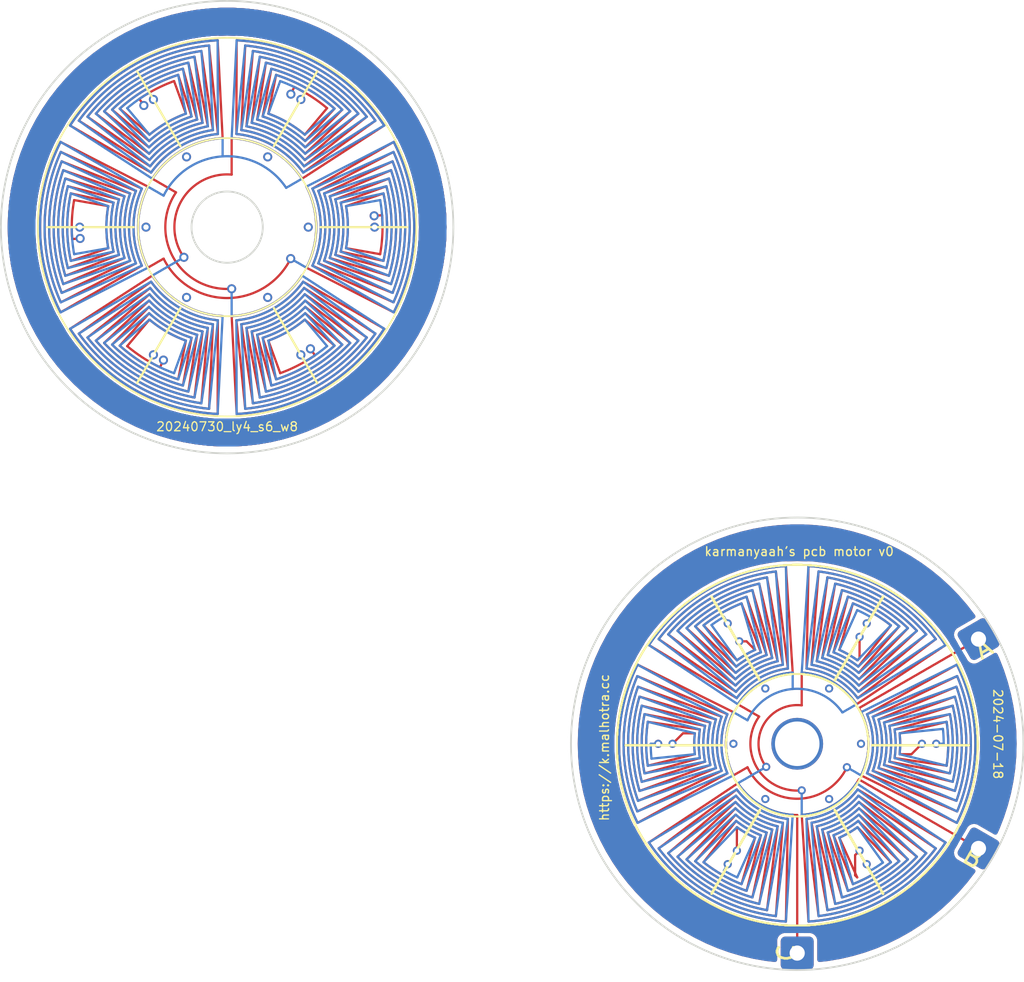
<source format=kicad_pcb>
(kicad_pcb (version 20240108) (generator "pcbnew") (generator_version "8.0")
  (layers (0 "F.Cu" signal) (1 "In1.Cu" signal) (2 "In2.Cu" signal) (31 "B.Cu" signal) (34 "B.Paste" user) (35 "F.Paste" user) (36 "B.SilkS" user "B.Silkscreen") (37 "F.SilkS" user "F.Silkscreen") (38 "B.Mask" user) (39 "F.Mask" user) (44 "Edge.Cuts" user))
  (net 0 "")
  (net 1 "gnd")
  (net 2 "coil")
  (footprint "Connector_Wire:SolderWire-0.25sqmm_1x01_D0.65mm_OD1.7mm" (layer "F.Cu") (at 42.175798 23.125001 30)
    (property "Reference" "A")
    (property "Value" "SolderWire-0.25sqmm_1x01_D0.65mm_OD1.7mm" (hide yes))
  )
  (footprint "Connector_Wire:SolderWire-0.25sqmm_1x01_D0.65mm_OD1.7mm" (layer "F.Cu") (at 32 40.75 -90)
    (property "Reference" "C")
    (property "Value" "SolderWire-0.25sqmm_1x01_D0.65mm_OD1.7mm" (hide yes))
  )
  (footprint "Connector_Wire:SolderWire-0.25sqmm_1x01_D0.65mm_OD1.7mm" (layer "F.Cu") (at 42.175798 34.874999 -30)
    (property "Reference" "B")
    (property "Value" "SolderWire-0.25sqmm_1x01_D0.65mm_OD1.7mm" (hide yes))
  )
  (gr_circle (center 32.004296 29.080072) (end 36.004296 29.080072) (stroke (width 0.1)) (fill none) (layer "F.SilkS"))
  (gr_line (start -5.25 0) (end -10.09565 0) (stroke (width 0.127)) (layer "F.SilkS"))
  (gr_line (start 36.204296 29.080072) (end 41.624946 29.080072) (stroke (width 0.127)) (layer "F.SilkS"))
  (gr_line (start 34.104296 32.717378) (end 36.814621 37.411799) (stroke (width 0.127)) (layer "F.SilkS"))
  (gr_circle (center 32.004296 29.080072) (end 42.131296 29.080072) (stroke (width 0.1)) (fill none) (layer "F.SilkS"))
  (gr_circle (center 32.004296 29.080072) (end 42.131296 29.080072) (stroke (width 0.1)) (fill none) (layer "F.SilkS"))
  (gr_line (start 36.204296 29.080072) (end 41.624946 29.080072) (stroke (width 0.127)) (layer "F.SilkS"))
  (gr_line (start 27.804296 29.080072) (end 22.383646 29.080072) (stroke (width 0.127)) (layer "F.SilkS"))
  (gr_circle (center 32.004296 29.080072) (end 36.004296 29.080072) (stroke (width 0.1)) (fill none) (layer "F.SilkS"))
  (gr_line (start 34.104296 32.717378) (end 36.814621 37.411799) (stroke (width 0.127)) (layer "F.SilkS"))
  (gr_line (start 29.904296 25.442766) (end 27.193971 20.748345) (stroke (width 0.127)) (layer "F.SilkS"))
  (gr_line (start 2.625 4.546633) (end 5.047825 8.743089) (stroke (width 0.127)) (layer "F.SilkS"))
  (gr_line (start 5.25 0) (end 10.09565 0) (stroke (width 0.127)) (layer "F.SilkS"))
  (gr_circle (center 32.004296 29.080072) (end 42.131296 29.080072) (stroke (width 0.1)) (fill none) (layer "F.SilkS"))
  (gr_line (start 34.104295 25.442766) (end 36.81462 20.748345) (stroke (width 0.127)) (layer "F.SilkS"))
  (gr_line (start 29.904296 25.442766) (end 27.193971 20.748345) (stroke (width 0.127)) (layer "F.SilkS"))
  (gr_circle (center 32.004296 29.080072) (end 36.004296 29.080072) (stroke (width 0.1)) (fill none) (layer "F.SilkS"))
  (gr_line (start 27.804296 29.080072) (end 22.383646 29.080072) (stroke (width 0.127)) (layer "F.SilkS"))
  (gr_line (start 27.804296 29.080072) (end 22.383646 29.080072) (stroke (width 0.127)) (layer "F.SilkS"))
  (gr_line (start 36.204296 29.080072) (end 41.624946 29.080072) (stroke (width 0.127)) (layer "F.SilkS"))
  (gr_line (start 29.904296 25.442766) (end 27.193971 20.748345) (stroke (width 0.127)) (layer "F.SilkS"))
  (gr_circle (center 32.004296 29.080072) (end 42.131296 29.080072) (stroke (width 0.1)) (fill none) (layer "F.SilkS"))
  (gr_circle (center 32.004296 29.080072) (end 42.131296 29.080072) (stroke (width 0.1)) (fill none) (layer "F.SilkS"))
  (gr_line (start 34.104295 25.442766) (end 36.81462 20.748345) (stroke (width 0.127)) (layer "F.SilkS"))
  (gr_line (start 36.204296 29.080072) (end 41.624946 29.080072) (stroke (width 0.127)) (layer "F.SilkS"))
  (gr_line (start 29.904296 25.442766) (end 27.193971 20.748345) (stroke (width 0.127)) (layer "F.SilkS"))
  (gr_line (start 36.204296 29.080072) (end 41.624946 29.080072) (stroke (width 0.127)) (layer "F.SilkS"))
  (gr_line (start 27.804296 29.080072) (end 22.383646 29.080072) (stroke (width 0.127)) (layer "F.SilkS"))
  (gr_line (start 29.904296 25.442766) (end 27.193971 20.748345) (stroke (width 0.127)) (layer "F.SilkS"))
  (gr_circle (center 32.004296 29.080072) (end 36.004296 29.080072) (stroke (width 0.1)) (fill none) (layer "F.SilkS"))
  (gr_line (start 29.904296 25.442766) (end 27.193971 20.748345) (stroke (width 0.127)) (layer "F.SilkS"))
  (gr_line (start 29.904296 25.442766) (end 27.193971 20.748345) (stroke (width 0.127)) (layer "F.SilkS"))
  (gr_line (start 29.904296 25.442766) (end 27.193971 20.748345) (stroke (width 0.127)) (layer "F.SilkS"))
  (gr_circle (center 32.004296 29.080072) (end 42.131296 29.080072) (stroke (width 0.1)) (fill none) (layer "F.SilkS"))
  (gr_line (start 29.904297 32.717378) (end 27.193972 37.411799) (stroke (width 0.127)) (layer "F.SilkS"))
  (gr_circle (center 32.004296 29.080072) (end 42.131296 29.080072) (stroke (width 0.1)) (fill none) (layer "F.SilkS"))
  (gr_circle (center 32.004296 29.080072) (end 42.131296 29.080072) (stroke (width 0.1)) (fill none) (layer "F.SilkS"))
  (gr_line (start 29.904296 25.442766) (end 27.193971 20.748345) (stroke (width 0.127)) (layer "F.SilkS"))
  (gr_circle (center 32.004296 29.080072) (end 36.004296 29.080072) (stroke (width 0.1)) (fill none) (layer "F.SilkS"))
  (gr_circle (center 32.004296 29.080072) (end 42.131296 29.080072) (stroke (width 0.1)) (fill none) (layer "F.SilkS"))
  (gr_line (start 34.104296 32.717378) (end 36.814621 37.411799) (stroke (width 0.127)) (layer "F.SilkS"))
  (gr_line (start 29.904297 32.717378) (end 27.193972 37.411799) (stroke (width 0.127)) (layer "F.SilkS"))
  (gr_circle (center 32.004296 29.080072) (end 36.004296 29.080072) (stroke (width 0.1)) (fill none) (layer "F.SilkS"))
  (gr_line (start 29.904297 32.717378) (end 27.193972 37.411799) (stroke (width 0.127)) (layer "F.SilkS"))
  (gr_line (start 34.104295 25.442766) (end 36.81462 20.748345) (stroke (width 0.127)) (layer "F.SilkS"))
  (gr_line (start 34.104295 25.442766) (end 36.81462 20.748345) (stroke (width 0.127)) (layer "F.SilkS"))
  (gr_line (start 29.904296 25.442766) (end 27.193971 20.748345) (stroke (width 0.127)) (layer "F.SilkS"))
  (gr_line (start 34.104295 25.442766) (end 36.81462 20.748345) (stroke (width 0.127)) (layer "F.SilkS"))
  (gr_line (start 27.804296 29.080072) (end 22.383646 29.080072) (stroke (width 0.127)) (layer "F.SilkS"))
  (gr_line (start 34.104296 32.717378) (end 36.814621 37.411799) (stroke (width 0.127)) (layer "F.SilkS"))
  (gr_line (start 36.204296 29.080072) (end 41.624946 29.080072) (stroke (width 0.127)) (layer "F.SilkS"))
  (gr_line (start 36.204296 29.080072) (end 41.624946 29.080072) (stroke (width 0.127)) (layer "F.SilkS"))
  (gr_line (start 34.104296 32.717378) (end 36.814621 37.411799) (stroke (width 0.127)) (layer "F.SilkS"))
  (gr_circle (center 32.004296 29.080072) (end 36.004296 29.080072) (stroke (width 0.1)) (fill none) (layer "F.SilkS"))
  (gr_circle (center 32.004296 29.080072) (end 36.004296 29.080072) (stroke (width 0.1)) (fill none) (layer "F.SilkS"))
  (gr_line (start 36.204296 29.080072) (end 41.624946 29.080072) (stroke (width 0.127)) (layer "F.SilkS"))
  (gr_line (start 34.104295 25.442766) (end 36.81462 20.748345) (stroke (width 0.127)) (layer "F.SilkS"))
  (gr_line (start 34.104295 25.442766) (end 36.81462 20.748345) (stroke (width 0.127)) (layer "F.SilkS"))
  (gr_line (start 34.104296 32.717378) (end 36.814621 37.411799) (stroke (width 0.127)) (layer "F.SilkS"))
  (gr_line (start 36.204296 29.080072) (end 41.624946 29.080072) (stroke (width 0.127)) (layer "F.SilkS"))
  (gr_line (start 29.904297 32.717378) (end 27.193972 37.411799) (stroke (width 0.127)) (layer "F.SilkS"))
  (gr_line (start 34.104295 25.442766) (end 36.81462 20.748345) (stroke (width 0.127)) (layer "F.SilkS"))
  (gr_line (start 29.904297 32.717378) (end 27.193972 37.411799) (stroke (width 0.127)) (layer "F.SilkS"))
  (gr_circle (center 32.004296 29.080072) (end 36.004296 29.080072) (stroke (width 0.1)) (fill none) (layer "F.SilkS"))
  (gr_line (start -2.624999 4.546633) (end -5.047824 8.743089) (stroke (width 0.127)) (layer "F.SilkS"))
  (gr_line (start 36.204296 29.080072) (end 41.624946 29.080072) (stroke (width 0.127)) (layer "F.SilkS"))
  (gr_line (start 34.104296 32.717378) (end 36.814621 37.411799) (stroke (width 0.127)) (layer "F.SilkS"))
  (gr_line (start -2.625 -4.546633) (end -5.047825 -8.743089) (stroke (width 0.127)) (layer "F.SilkS"))
  (gr_circle (center 32.004296 29.080072) (end 42.131296 29.080072) (stroke (width 0.1)) (fill none) (layer "F.SilkS"))
  (gr_line (start 27.804296 29.080072) (end 22.383646 29.080072) (stroke (width 0.127)) (layer "F.SilkS"))
  (gr_line (start 36.204296 29.080072) (end 41.624946 29.080072) (stroke (width 0.127)) (layer "F.SilkS"))
  (gr_line (start 34.104296 32.717378) (end 36.814621 37.411799) (stroke (width 0.127)) (layer "F.SilkS"))
  (gr_line (start 29.904297 32.717378) (end 27.193972 37.411799) (stroke (width 0.127)) (layer "F.SilkS"))
  (gr_line (start 34.104295 25.442766) (end 36.81462 20.748345) (stroke (width 0.127)) (layer "F.SilkS"))
  (gr_line (start 36.204296 29.080072) (end 41.624946 29.080072) (stroke (width 0.127)) (layer "F.SilkS"))
  (gr_circle (center 32.004296 29.080072) (end 36.004296 29.080072) (stroke (width 0.1)) (fill none) (layer "F.SilkS"))
  (gr_line (start 29.904297 32.717378) (end 27.193972 37.411799) (stroke (width 0.127)) (layer "F.SilkS"))
  (gr_circle (center 32.004296 29.080072) (end 36.004296 29.080072) (stroke (width 0.1)) (fill none) (layer "F.SilkS"))
  (gr_circle (center 32.004296 29.080072) (end 36.004296 29.080072) (stroke (width 0.1)) (fill none) (layer "F.SilkS"))
  (gr_line (start 27.804296 29.080072) (end 22.383646 29.080072) (stroke (width 0.127)) (layer "F.SilkS"))
  (gr_line (start 34.104295 25.442766) (end 36.81462 20.748345) (stroke (width 0.127)) (layer "F.SilkS"))
  (gr_line (start 29.904297 32.717378) (end 27.193972 37.411799) (stroke (width 0.127)) (layer "F.SilkS"))
  (gr_circle (center 0 0) (end 10.627 0) (stroke (width 0.1)) (fill none) (layer "F.SilkS"))
  (gr_circle (center 0 0) (end 5 0) (stroke (width 0.1)) (fill none) (layer "F.SilkS"))
  (gr_line (start 34.104295 25.442766) (end 36.81462 20.748345) (stroke (width 0.127)) (layer "F.SilkS"))
  (gr_line (start 27.804296 29.080072) (end 22.383646 29.080072) (stroke (width 0.127)) (layer "F.SilkS"))
  (gr_circle (center 32.004296 29.080072) (end 42.131296 29.080072) (stroke (width 0.1)) (fill none) (layer "F.SilkS"))
  (gr_line (start 27.804296 29.080072) (end 22.383646 29.080072) (stroke (width 0.127)) (layer "F.SilkS"))
  (gr_circle (center 32.004296 29.080072) (end 42.131296 29.080072) (stroke (width 0.1)) (fill none) (layer "F.SilkS"))
  (gr_line (start 29.904297 32.717378) (end 27.193972 37.411799) (stroke (width 0.127)) (layer "F.SilkS"))
  (gr_line (start 36.204296 29.080072) (end 41.624946 29.080072) (stroke (width 0.127)) (layer "F.SilkS"))
  (gr_line (start 29.904297 32.717378) (end 27.193972 37.411799) (stroke (width 0.127)) (layer "F.SilkS"))
  (gr_line (start 29.904296 25.442766) (end 27.193971 20.748345) (stroke (width 0.127)) (layer "F.SilkS"))
  (gr_line (start 34.104296 32.717378) (end 36.814621 37.411799) (stroke (width 0.127)) (layer "F.SilkS"))
  (gr_circle (center 32.004296 29.080072) (end 36.004296 29.080072) (stroke (width 0.1)) (fill none) (layer "F.SilkS"))
  (gr_line (start 34.104295 25.442766) (end 36.81462 20.748345) (stroke (width 0.127)) (layer "F.SilkS"))
  (gr_line (start 27.804296 29.080072) (end 22.383646 29.080072) (stroke (width 0.127)) (layer "F.SilkS"))
  (gr_line (start 34.104296 32.717378) (end 36.814621 37.411799) (stroke (width 0.127)) (layer "F.SilkS"))
  (gr_line (start 2.624999 -4.546633) (end 5.047824 -8.743089) (stroke (width 0.127)) (layer "F.SilkS"))
  (gr_line (start 34.104295 25.442766) (end 36.81462 20.748345) (stroke (width 0.127)) (layer "F.SilkS"))
  (gr_line (start 34.104296 32.717378) (end 36.814621 37.411799) (stroke (width 0.127)) (layer "F.SilkS"))
  (gr_line (start 34.104296 32.717378) (end 36.814621 37.411799) (stroke (width 0.127)) (layer "F.SilkS"))
  (gr_line (start 29.904296 25.442766) (end 27.193971 20.748345) (stroke (width 0.127)) (layer "F.SilkS"))
  (gr_line (start 27.804296 29.080072) (end 22.383646 29.080072) (stroke (width 0.127)) (layer "F.SilkS"))
  (gr_line (start 34.104296 32.717378) (end 36.814621 37.411799) (stroke (width 0.127)) (layer "F.SilkS"))
  (gr_line (start 29.904297 32.717378) (end 27.193972 37.411799) (stroke (width 0.127)) (layer "F.SilkS"))
  (gr_line (start 27.804296 29.080072) (end 22.383646 29.080072) (stroke (width 0.127)) (layer "F.SilkS"))
  (gr_circle (center 32.004296 29.080072) (end 42.131296 29.080072) (stroke (width 0.1)) (fill none) (layer "F.SilkS"))
  (gr_circle (center 32.004296 29.080072) (end 42.131296 29.080072) (stroke (width 0.1)) (fill none) (layer "F.SilkS"))
  (gr_circle (center 32.004296 29.080072) (end 36.004296 29.080072) (stroke (width 0.1)) (fill none) (layer "F.SilkS"))
  (gr_line (start 27.804296 29.080072) (end 22.383646 29.080072) (stroke (width 0.127)) (layer "F.SilkS"))
  (gr_line (start 34.104296 32.717378) (end 36.814621 37.411799) (stroke (width 0.127)) (layer "F.SilkS"))
  (gr_line (start 27.804296 29.080072) (end 22.383646 29.080072) (stroke (width 0.127)) (layer "F.SilkS"))
  (gr_line (start 29.904296 25.442766) (end 27.193971 20.748345) (stroke (width 0.127)) (layer "F.SilkS"))
  (gr_line (start 29.904297 32.717378) (end 27.193972 37.411799) (stroke (width 0.127)) (layer "F.SilkS"))
  (gr_line (start 29.904297 32.717378) (end 27.193972 37.411799) (stroke (width 0.127)) (layer "F.SilkS"))
  (gr_line (start 29.904297 32.717378) (end 27.193972 37.411799) (stroke (width 0.127)) (layer "F.SilkS"))
  (gr_line (start 29.904296 25.442766) (end 27.193971 20.748345) (stroke (width 0.127)) (layer "F.SilkS"))
  (gr_line (start 34.104295 25.442766) (end 36.81462 20.748345) (stroke (width 0.127)) (layer "F.SilkS"))
  (gr_line (start 36.204296 29.080072) (end 41.624946 29.080072) (stroke (width 0.127)) (layer "F.SilkS"))
  (gr_circle (center 32 29) (end 44.7 29) (stroke (width 0.1)) (fill none) (layer "Edge.Cuts"))
  (gr_circle (center 0 0) (end 12.7 0) (stroke (width 0.1)) (fill none) (layer "Edge.Cuts"))
  (gr_circle (center 0 0) (end 2 0) (stroke (width 0.1)) (fill none) (layer "Edge.Cuts"))
  (gr_text "20240730_ly4_s6_w8" (at 0 11.2 0) (layer "F.SilkS") (effects (font (size 0.5 0.5))))
  (gr_text "2024-07-18" (at 42.971904 25.88406 -90) (layer "F.SilkS") (effects (font (size 0.5 0.5) (thickness 0.0762)) (justify left bottom)))
  (gr_text "20240730_ly4_s6_w8" (at 0 11.2 0) (layer "F.SilkS") (effects (font (size 0.5 0.5))))
  (gr_text "https://k.malhotra.cc" (at 21.471904 33.38406 90) (layer "F.SilkS") (effects (font (size 0.5 0.5) (thickness 0.0762)) (justify left bottom)))
  (gr_text "karmanyaah's pcb motor v0" (at 26.75 18.5 0) (layer "F.SilkS") (effects (font (size 0.5 0.5) (thickness 0.0762)) (justify left bottom)))
  (via (at 32 29) (size 2.9064) (drill 2.5) (layers "F.Cu" "B.Cu") (net 1))
  (segment (start -4.359269 5.190187) (end -5.609553 6.678787) (width 0.127) (layer "F.Cu") (net 2))
  (segment (start -6.458581 -6.593908) (end -4.380171 -4.834942) (width 0.127) (layer "F.Cu") (net 2))
  (segment (start -4.451536 2.276801) (end -3.566525 1.766435) (width 0.127) (layer "F.Cu") (net 2))
  (segment (start -1.381149 -5.855312) (end -2.17733 -9.230681) (width 0.127) (layer "F.Cu") (net 2))
  (segment (start 33.403953 24.184487) (end 34.133257 20.011683) (width 0.127) (layer "F.Cu") (net 2))
  (segment (start 8.814825 5.705159) (end 4.267603 3.064649) (width 0.127) (layer "F.Cu") (net 2))
  (segment (start -1.084878 -5.658947) (end -1.833486 -9.563836) (width 0.127) (layer "F.Cu") (net 2))
  (segment (start 33.696182 38.339219) (end 32.805561 33.43544) (width 0.127) (layer "F.Cu") (net 2))
  (segment (start -0.797586 -5.449946) (end -1.446892 -9.886686) (width 0.127) (layer "F.Cu") (net 2))
  (segment (start -0.533399 10.486442) (end -0.520263 5.228177) (width 0.127) (layer "F.Cu") (net 2))
  (segment (start 23.063908 25.799327) (end 27.756015 27.479917) (width 0.127) (layer "F.Cu") (net 2))
  (segment (start 26.274505 35.590265) (end 28.543716 32.978316) (width 0.127) (layer "F.Cu") (net 2))
  (segment (start 4.787866 2.163527) (end 9.336977 4.219167) (width 0.127) (layer "F.Cu") (net 2))
  (segment (start 30.801489 19.327975) (end 31.476866 24.778289) (width 0.127) (layer "F.Cu") (net 2))
  (segment (start 27.756015 30.520083) (end 23.024525 32.798071) (width 0.127) (layer "F.Cu") (net 2))
  (segment (start 34.133257 37.988317) (end 33.09965 33.633293) (width 0.127) (layer "F.Cu") (net 2))
  (segment (start 37.173464 27.995928) (end 40.726684 26.865231) (width 0.127) (layer "F.Cu") (net 2))
  (segment (start 1.446892 -9.886686) (end 1.084878 -5.658947) (width 0.127) (layer "F.Cu") (net 2))
  (segment (start 9.08267 -2.729717) (end 6.072853 -1.559919) (width 0.127) (layer "F.Cu") (net 2))
  (segment (start 36.243985 27.479917) (end 40.975475 25.201929) (width 0.127) (layer "F.Cu") (net 2))
  (segment (start -7.365782 -6.369763) (end -4.380274 -4.123766) (width 0.127) (layer "F.Cu") (net 2))
  (segment (start 4.320999 -3.415703) (end 7.838675 -6.196388) (width 0.127) (layer "F.Cu") (net 2))
  (segment (start 35.382216 33.684644) (end 37.25882 35.647358) (width 0.127) (layer "F.Cu") (net 2))
  (segment (start 3.768502 -7.865854) (end 3.576016 -7.464084) (width 0.127) (layer "F.Cu") (net 2))
  (segment (start 0.533399 -10.486442) (end 0.520263 -5.228177) (width 0.127) (layer "F.Cu") (net 2))
  (segment (start 23.429915 27.336708) (end 26.826536 27.995928) (width 0.127) (layer "F.Cu") (net 2))
  (segment (start 40.936092 32.200673) (end 36.243985 30.520083) (width 0.127) (layer "F.Cu") (net 2))
  (segment (start 37.725495 22.409735) (end 35.456284 25.021684) (width 0.127) (layer "F.Cu") (net 2))
  (segment (start 37.748129 28.413238) (end 40.386192 27.769407) (width 0.127) (layer "F.Cu") (net 2))
  (segment (start 28.561577 26.084643) (end 24.223036 23.126046) (width 0.127) (layer "F.Cu") (net 2))
  (segment (start 39.23991 22.861454) (end 35.438423 26.084643) (width 0.127) (layer "F.Cu") (net 2))
  (segment (start 35.5 35) (end 35.25 35.25) (width 0.127) (layer "F.Cu") (net 2))
  (segment (start -4.927778 -7.196546) (end -4.676079 -6.828963) (width 0.127) (layer "F.Cu") (net 2))
  (segment (start 30.90035 33.633293) (end 30.303818 38.339219) (width 0.127) (layer "F.Cu") (net 2))
  (segment (start 32.805561 24.56456) (end 33.198511 19.327975) (width 0.127) (layer "F.Cu") (net 2))
  (segment (start 23.14926 26.353297) (end 27.437625 27.635679) (width 0.127) (layer "F.Cu") (net 2))
  (segment (start 35.464101 30.999999) (end 42.175798 34.874999) (width 0.127) (layer "F.Cu") (net 2))
  (segment (start 38.212106 22.509855) (end 35.46838 25.376384) (width 0.127) (layer "F.Cu") (net 2))
  (segment (start -4.380171 4.834942) (end -6.026428 6.652122) (width 0.127) (layer "F.Cu") (net 2))
  (segment (start 23.674724 34.539835) (end 28.66989 31.215934) (width 0.127) (layer "F.Cu") (net 2))
  (segment (start 8.696281 -0.669308) (end 8.252095 -0.635121) (width 0.127) (layer "F.Cu") (net 2))
  (segment (start 29.155494 23.25) (end 29.634087 23.728593) (width 0.127) (layer "F.Cu") (net 2))
  (segment (start 1.685496 6.039205) (end 2.481201 8.890249) (width 0.127) (layer "F.Cu") (net 2))
  (segment (start 40.726684 31.134769) (end 36.872333 30.191897) (width 0.127) (layer "F.Cu") (net 2))
  (segment (start -4.320999 3.415703) (end -7.838675 6.196388) (width 0.127) (layer "F.Cu") (net 2))
  (segment (start 34.038178 23.865762) (end 34.844589 20.746443) (width 0.127) (layer "F.Cu") (net 2))
  (segment (start 29.485423 20.375086) (end 30.596047 24.184487) (width 0.127) (layer "F.Cu") (net 2))
  (segment (start 26.53453 29.802005) (end 23.429915 30.663292) (width 0.127) (layer "F.Cu") (net 2))
  (segment (start 35.917676 27.342193) (end 40.960276 24.560017) (width 0.127) (layer "F.Cu") (net 2))
  (segment (start 37.25882 22.352642) (end 35.427291 24.667767) (width 0.127) (layer "F.Cu") (net 2))
  (segment (start 35.438423 31.915357) (end 39.776964 34.873954) (width 0.127) (layer "F.Cu") (net 2))
  (segment (start 2.481201 -8.890249) (end 1.997097 -6.210811) (width 0.127) (layer "F.Cu") (net 2))
  (segment (start 5.761423 1.731545) (end 9.08267 2.729717) (width 0.127) (layer "F.Cu") (net 2))
  (segment (start -4.358352 3.769005) (end -7.365782 6.369763) (width 0.127) (layer "F.Cu") (net 2))
  (segment (start -6.026428 -6.652122) (end -4.359269 -5.190187) (width 0.127) (layer "F.Cu") (net 2))
  (segment (start 4.359269 -5.190187) (end 5.609553 -6.678787) (width 0.127) (layer "F.Cu") (net 2))
  (segment (start -4.787866 -2.163527) (end -9.336977 -4.219167) (width 0.127) (layer "F.Cu") (net 2))
  (segment (start 1.084878 5.658947) (end 1.833486 9.563836) (width 0.127) (layer "F.Cu") (net 2))
  (segment (start 40.960276 33.439983) (end 35.58411 30.775993) (width 0.127) (layer "F.Cu") (net 2))
  (segment (start 28.66989 26.784066) (end 29.860705 27.472944) (width 0.127) (layer "F.Cu") (net 2))
  (segment (start 35.25 35.25) (end 35.25 36.384471) (width 0.127) (layer "F.Cu") (net 2))
  (segment (start 6.674469 1.180144) (end 8.588775 1.518621) (width 0.127) (layer "F.Cu") (net 2))
  (segment (start 5.118585 2.034243) (end 9.285567 3.690297) (width 0.127) (layer "F.Cu") (net 2))
  (segment (start 32.253999 25.008073) (end 32.252279 26.843507) (width 0.127) (layer "F.Cu") (net 2))
  (segment (start 4.197536 -2.716742) (end 8.814825 -5.705159) (width 0.127) (layer "F.Cu") (net 2))
  (segment (start 28.75 23.25) (end 29.155494 23.25) (width 0.127) (layer "F.Cu") (net 2))
  (segment (start -6.905339 -6.500964) (end -4.387357 -4.479285) (width 0.127) (layer "F.Cu") (net 2))
  (segment (start 7.838675 6.196388) (end 4.358352 3.769005) (width 0.127) (layer "F.Cu") (net 2))
  (segment (start 5.443231 1.889941) (end 9.199268 3.194072) (width 0.127) (layer "F.Cu") (net 2))
  (segment (start 32.523134 24.778289) (end 32.634999 19.020182) (width 0.127) (layer "F.Cu") (net 2))
  (segment (start 6.026428 6.652122) (end 4.359269 5.190187) (width 0.127) (layer "F.Cu") (net 2))
  (segment (start 28.613959 33.688469) (end 28.617784 33.684644) (width 0.127) (layer "F.Cu") (net 2))
  (segment (start 36.872333 27.808103) (end 40.85074 26.353297) (width 0.127) (layer "F.Cu") (net 2))
  (segment (start 36.562375 27.635679) (end 40.936092 25.799327) (width 0.127) (layer "F.Cu") (net 2))
  (segment (start 30.303818 19.660781) (end 31.194439 24.56456) (width 0.127) (layer "F.Cu") (net 2))
  (segment (start -4.197536 2.716742) (end -8.814825 5.705159) (width 0.127) (layer "F.Cu") (net 2))
  (segment (start 39.776964 23.126046) (end 35.394542 26.436097) (width 0.127) (layer "F.Cu") (net 2))
  (segment (start 34.365913 23.728593) (end 35.127371 21.122049) (width 0.127) (layer "F.Cu") (net 2))
  (segment (start 40.570085 30.663292) (end 37.173464 30.004072) (width 0.127) (layer "F.Cu") (net 2))
  (segment (start 29.961822 34.134238) (end 29.155411 37.253557) (width 0.127) (layer "F.Cu") (net 2))
  (segment (start 28.572709 24.667767) (end 26.274505 22.409735) (width 0.127) (layer "F.Cu") (net 2))
  (segment (start 1.833486 -9.563836) (end 1.381149 -5.855312) (width 0.127) (layer "F.Cu") (net 2))
  (segment (start 8.939782 -2.296341) (end 6.377269 -1.375868) (width 0.127) (layer "F.Cu") (net 2))
  (segment (start -1.997097 -6.210811) (end -2.747692 -8.545101) (width 0.127) (layer "F.Cu") (net 2))
  (segment (start -2.481201 8.890249) (end -1.997097 6.210811) (width 0.127) (layer "F.Cu") (net 2))
  (segment (start 40.325276 23.460165) (end 35.33011 26.784066) (width 0.127) (layer "F.Cu") (net 2))
  (segment (start -0.254 -4.993544) (end -0.5334 -10.486442) (width 0.127) (layer "F.Cu") (net 2))
  (segment (start 29.634087 34.271407) (end 28.872629 36.877951) (width 0.127) (layer "F.Cu") (net 2))
  (segment (start -8.939782 2.296341) (end -6.377269 1.375868) (width 0.127) (layer "F.Cu") (net 2))
  (segment (start -3.768502 7.865854) (end -3.576016 7.464084) (width 0.127) (layer "F.Cu") (net 2))
  (segment (start 35.5 24.197572) (end 35.382216 24.315356) (width 0.127) (layer "F.Cu") (net 2))
  (segment (start 29.155411 20.746443) (end 30.28282 24.017612) (width 0.127) (layer "F.Cu") (net 2))
  (segment (start 28.543716 25.021684) (end 25.787894 22.509855) (width 0.127) (layer "F.Cu") (net 2))
  (segment (start -6.072853 -1.559919) (end -8.939782 -2.296341) (width 0.127) (layer "F.Cu") (net 2))
  (segment (start -9.336977 4.219167) (end -5.118585 2.034243) (width 0.127) (layer "F.Cu") (net 2))
  (segment (start 23.039724 24.560017) (end 28.41589 27.224007) (width 0.127) (layer "F.Cu") (net 2))
  (segment (start 1.014582 -10.195643) (end 0.797586 -5.449946) (width 0.127) (layer "F.Cu") (net 2))
  (segment (start 28.082324 30.657807) (end 23.039724 33.439983) (width 0.127) (layer "F.Cu") (net 2))
  (segment (start 9.285567 -3.690297) (end 5.443231 -1.889941) (width 0.127) (layer "F.Cu") (net 2))
  (segment (start 9.348225 -4.781283) (end 4.787866 -2.163527) (width 0.127) (layer "F.Cu") (net 2))
  (segment (start -6.674469 -1.180144) (end -8.588775 -1.518621) (width 0.127) (layer "F.Cu") (net 2))
  (segment (start 34.514577 37.624914) (end 33.403953 33.815513) (width 0.127) (layer "F.Cu") (net 2))
  (segment (start 9.336977 -4.219167) (end 5.118585 -2.034243) (width 0.127) (layer "F.Cu") (net 2))
  (segment (start 33.71718 24.017612) (end 34.514577 20.375086) (width 0.127) (layer "F.Cu") (net 2))
  (segment (start 38.413238 29.586762) (end 37.748129 29.586762) (width 0.127) (layer "F.Cu") (net 2))
  (segment (start -9.08267 2.729717) (end -6.072853 1.559919) (width 0.127) (layer "F.Cu") (net 2))
  (segment (start 6.458581 6.593908) (end 4.380171 4.834942) (width 0.127) (layer "F.Cu") (net 2))
  (segment (start 6.072853 1.559919) (end 8.939782 2.296341) (width 0.127) (layer "F.Cu") (net 2))
  (segment (start 28.617784 24.315356) (end 26.74118 22.352642) (width 0.127) (layer "F.Cu") (net 2))
  (segment (start 35.46838 32.623616) (end 38.717482 35.341614) (width 0.127) (layer "F.Cu") (net 2))
  (segment (start 8.774121 -1.892979) (end 6.674469 -1.180144) (width 0.127) (layer "F.Cu") (net 2))
  (segment (start -8.696281 0.669308) (end -8.252095 0.635121) (width 0.127) (layer "F.Cu") (net 2))
  (segment (start 35.25 36.384471) (end 35.366656 36.501127) (width 0.127) (layer "F.Cu") (net 2))
  (segment (start 4.358352 -3.769005) (end 7.365782 -6.369763) (width 0.127) (layer "F.Cu") (net 2))
  (segment (start 33.09965 24.366707) (end 33.696182 19.660781) (width 0.127) (layer "F.Cu") (net 2))
  (segment (start 24.76009 35.138546) (end 28.561577 31.915357) (width 0.127) (layer "F.Cu") (net 2))
  (segment (start 25.586762 28.413238) (end 26.251871 28.413238) (width 0.127) (layer "F.Cu") (net 2))
  (segment (start 39 29) (end 38.413238 29.586762) (width 0.127) (layer "F.Cu") (net 2))
  (segment (start -4.197536 -2.716742) (end -2.870428 -1.949753) (width 0.127) (layer "F.Cu") (net 2))
  (segment (start 30.28282 33.982388) (end 29.485423 37.624914) (width 0.127) (layer "F.Cu") (net 2))
  (segment (start -4.380274 4.123766) (end -6.905339 6.500964) (width 0.127) (layer "F.Cu") (net 2))
  (segment (start 0.254 4.993544) (end 0.5334 10.486442) (width 0.127) (layer "F.Cu") (net 2))
  (segment (start -0.520263 -5.228177) (end -1.014582 -10.195643) (width 0.127) (layer "F.Cu") (net 2))
  (segment (start 35.427291 33.332233) (end 37.725495 35.590265) (width 0.127) (layer "F.Cu") (net 2))
  (segment (start 1.381149 5.855312) (end 2.17733 9.230681) (width 0.127) (layer "F.Cu") (net 2))
  (segment (start 28.537276 25.731028) (end 24.76009 22.861454) (width 0.127) (layer "F.Cu") (net 2))
  (segment (start 28.872629 21.122049) (end 29.961822 23.865762) (width 0.127) (layer "F.Cu") (net 2))
  (segment (start 28.41589 30.775993) (end 29.210229 30.31837) (width 0.127) (layer "F.Cu") (net 2))
  (segment (start 23.024525 25.201929) (end 28.082324 27.342193) (width 0.127) (layer "F.Cu") (net 2))
  (segment (start 9.199268 -3.194072) (end 5.761423 -1.731545) (width 0.127) (layer "F.Cu") (net 2))
  (segment (start 2.17733 -9.230681) (end 1.685496 -6.039205) (width 0.127) (layer "F.Cu") (net 2))
  (segment (start -6.377269 -1.375868) (end -8.774121 -1.892979) (width 0.127) (layer "F.Cu") (net 2))
  (segment (start 33.198511 38.672025) (end 32.523134 33.221711) (width 0.127) (layer "F.Cu") (net 2))
  (segment (start 24.223036 34.873954) (end 28.605458 31.563903) (width 0.127) (layer "F.Cu") (net 2))
  (segment (start 40.386192 30.230593) (end 37.46547 29.802005) (width 0.127) (layer "F.Cu") (net 2))
  (segment (start -1.014582 10.195643) (end -0.797586 5.449946) (width 0.127) (layer "F.Cu") (net 2))
  (segment (start 34.844589 37.253557) (end 33.71718 33.982388) (width 0.127) (layer "F.Cu") (net 2))
  (segment (start 40.85074 31.646703) (end 36.562375 30.364321) (width 0.127) (layer "F.Cu") (net 2))
  (segment (start 32 33) (end 32 40.75) (width 0.127) (layer "F.Cu") (net 2))
  (segment (start 0.797586 5.449946) (end 1.446892 9.886686) (width 0.127) (layer "F.Cu") (net 2))
  (segment (start 6.377269 1.375868) (end 8.774121 1.892979) (width 0.127) (layer "F.Cu") (net 2))
  (segment (start 4.380171 -4.834942) (end 6.026428 -6.652122) (width 0.127) (layer "F.Cu") (net 2))
  (segment (start 26.74118 35.647358) (end 28.572709 33.332233) (width 0.127) (layer "F.Cu") (net 2))
  (segment (start 37.46547 28.197995) (end 40.570085 27.336708) (width 0.127) (layer "F.Cu") (net 2))
  (segment (start 38.717482 22.658386) (end 35.462724 25.731028) (width 0.127) (layer "F.Cu") (net 2))
  (segment (start -5.443231 -1.889941) (end -9.199268 -3.194072) (width 0.127) (layer "F.Cu") (net 2))
  (segment (start 4.927778 7.196546) (end 4.676079 6.828963) (width 0.127) (layer "F.Cu") (net 2))
  (segment (start -9.199268 3.194072) (end -5.761423 1.731545) (width 0.127) (layer "F.Cu") (net 2))
  (segment (start -4.387357 4.479285) (end -6.458581 6.593908) (width 0.127) (layer "F.Cu") (net 2))
  (segment (start 4.380274 -4.123766) (end 6.905339 -6.500964) (width 0.127) (layer "F.Cu") (net 2))
  (segment (start 23.273316 26.865231) (end 27.127667 27.808103) (width 0.127) (layer "F.Cu") (net 2))
  (segment (start -2.315199 -6.370332) (end -2.979222 -8.197409) (width 0.127) (layer "F.Cu") (net 2))
  (segment (start 25 29) (end 25.586762 28.413238) (width 0.127) (layer "F.Cu") (net 2))
  (segment (start 32.635 38.979818) (end 32.254 32.991927) (width 0.127) (layer "F.Cu") (net 2))
  (segment (start -1.685496 -6.039205) (end -2.481201 -8.890249) (width 0.127) (layer "F.Cu") (net 2))
  (segment (start -2.747692 8.545101) (end -2.315199 6.370332) (width 0.127) (layer "F.Cu") (net 2))
  (segment (start 2.747692 -8.545101) (end 2.315199 -6.370332) (width 0.127) (layer "F.Cu") (net 2))
  (segment (start 35.456284 32.978316) (end 38.212106 35.490145) (width 0.127) (layer "F.Cu") (net 2))
  (segment (start -2.17733 9.230681) (end -1.685496 6.039205) (width 0.127) (layer "F.Cu") (net 2))
  (segment (start 31.476866 33.221711) (end 31.365001 38.979818) (width 0.127) (layer "F.Cu") (net 2))
  (segment (start 35.127371 36.877951) (end 34.038178 34.134238) (width 0.127) (layer "F.Cu") (net 2))
  (segment (start 6.905339 6.500964) (end 4.387357 4.479285) (width 0.127) (layer "F.Cu") (net 2))
  (segment (start -7.838675 -6.196388) (end -4.358352 -3.769005) (width 0.127) (layer "F.Cu") (net 2))
  (segment (start 4.267603 -3.064649) (end 8.322394 -5.976475) (width 0.127) (layer "F.Cu") (net 2))
  (segment (start 28.53162 25.376384) (end 25.282518 22.658386) (width 0.127) (layer "F.Cu") (net 2))
  (segment (start -4.451536 -2.276801) (end -9.348225 -4.781283) (width 0.127) (layer "F.Cu") (net 2))
  (segment (start -5.761423 -1.731545) (end -9.08267 -2.729717) (width 0.127) (layer "F.Cu") (net 2))
  (segment (start -5.118585 -2.034243) (end -9.285567 -3.690297) (width 0.127) (layer "F.Cu") (net 2))
  (segment (start 28.613959 35) (end 28.613959 33.688469) (width 0.127) (layer "F.Cu") (net 2))
  (segment (start 40.975475 32.798071) (end 35.917676 30.657807) (width 0.127) (layer "F.Cu") (net 2))
  (segment (start 28.605458 26.436097) (end 23.674724 23.460165) (width 0.127) (layer "F.Cu") (net 2))
  (segment (start 35.366656 36.501127) (end 34.365913 34.271407) (width 0.127) (layer "F.Cu") (net 2))
  (segment (start -8.774121 1.892979) (end -6.674469 1.180144) (width 0.127) (layer "F.Cu") (net 2))
  (segment (start 25.282518 35.341614) (end 28.537276 32.268972) (width 0.127) (layer "F.Cu") (net 2))
  (segment (start -4.267603 3.064649) (end -8.322394 5.976475) (width 0.127) (layer "F.Cu") (net 2))
  (segment (start 27.437625 30.364321) (end 23.063908 32.200673) (width 0.127) (layer "F.Cu") (net 2))
  (segment (start 26.251871 29.586762) (end 23.613808 30.230593) (width 0.127) (layer "F.Cu") (net 2))
  (segment (start 0.253999 -4.993544) (end 0.253069 -2.949161) (width 0.127) (layer "F.Cu") (net 2))
  (segment (start 35.462724 32.268972) (end 39.23991 35.138546) (width 0.127) (layer "F.Cu") (net 2))
  (segment (start 31.365 19.020182) (end 31.746 25.008073) (width 0.127) (layer "F.Cu") (net 2))
  (segment (start 35.5 23) (end 35.5 24.197572) (width 0.127) (layer "F.Cu") (net 2))
  (segment (start 27.127667 30.191897) (end 23.14926 31.646703) (width 0.127) (layer "F.Cu") (net 2))
  (segment (start -8.814825 -5.705159) (end -4.267603 -3.064649) (width 0.127) (layer "F.Cu") (net 2))
  (segment (start -1.446892 9.886686) (end -1.084878 5.658947) (width 0.127) (layer "F.Cu") (net 2))
  (segment (start -1.833486 9.563836) (end -1.381149 5.855312) (width 0.127) (layer "F.Cu") (net 2))
  (segment (start 4.451536 2.276801) (end 9.348225 4.781283) (width 0.127) (layer "F.Cu") (net 2))
  (segment (start -9.348225 4.781283) (end -4.787866 2.163527) (width 0.127) (layer "F.Cu") (net 2))
  (segment (start -8.322394 -5.976475) (end -4.320999 -3.415703) (width 0.127) (layer "F.Cu") (net 2))
  (segment (start 29.866743 20.011683) (end 30.90035 24.366707) (width 0.127) (layer "F.Cu") (net 2))
  (segment (start 7.365782 6.369763) (end 4.380274 4.123766) (width 0.127) (layer "F.Cu") (net 2))
  (segment (start 35.394542 31.563903) (end 40.325276 34.539835) (width 0.127) (layer "F.Cu") (net 2))
  (segment (start 4.387357 -4.479285) (end 6.458581 -6.593908) (width 0.127) (layer "F.Cu") (net 2))
  (segment (start 30.596047 33.815513) (end 29.866743 37.988317) (width 0.127) (layer "F.Cu") (net 2))
  (segment (start 0.520263 5.228177) (end 1.014582 10.195643) (width 0.127) (layer "F.Cu") (net 2))
  (segment (start -9.285567 3.690297) (end -5.443231 1.889941) (width 0.127) (layer "F.Cu") (net 2))
  (segment (start 26.826536 30.004072) (end 23.273316 31.134769) (width 0.127) (layer "F.Cu") (net 2))
  (segment (start 1.997097 6.210811) (end 2.747692 8.545101) (width 0.127) (layer "F.Cu") (net 2))
  (segment (start 31.194439 33.43544) (end 30.801489 38.672025) (width 0.127) (layer "F.Cu") (net 2))
  (segment (start 23.613808 27.769407) (end 26.53453 28.197995) (width 0.127) (layer "F.Cu") (net 2))
  (segment (start 8.322394 5.976475) (end 4.320999 3.415703) (width 0.127) (layer "F.Cu") (net 2))
  (segment (start 35.464101 27.000001) (end 42.175798 23.125001) (width 0.127) (layer "F.Cu") (net 2))
  (segment (start 25.787894 35.490145) (end 28.53162 32.623616) (width 0.127) (layer "F.Cu") (net 2))
  (segment (start 2.315199 6.370332) (end 2.979222 8.197409) (width 0.127) (layer "F.Cu") (net 2))
  (via (at 35.901449 22.242491) (size 0.4572) (drill 0.254) (layers "F.Cu" "B.Cu") (net 2))
  (via (at 35.5 35) (size 0.4572) (drill 0.254) (layers "F.Cu" "B.Cu") (net 2))
  (via (at 30.209551 32.10115) (size 0.4572) (drill 0.254) (layers "F.Cu" "B.Cu") (net 2))
  (via (at -2.27725 -3.944312) (size 0.51) (drill 0.3) (layers "F.Cu" "B.Cu") (net 2))
  (via (at 34.789771 30.31837) (size 0.4572) (drill 0.254) (layers "F.Cu" "B.Cu") (net 2))
  (via (at 0.253322 3.46074) (size 0.51) (drill 0.3) (layers "F.Cu" "B.Cu") (net 2))
  (via (at 33.790449 25.89885) (size 0.4572) (drill 0.254) (layers "F.Cu" "B.Cu") (net 2))
  (via (at 30.20955 25.89885) (size 0.4572) (drill 0.254) (layers "F.Cu" "B.Cu") (net 2))
  (via (at 28.75 23.25) (size 0.4572) (drill 0.254) (layers "F.Cu" "B.Cu") (net 2))
  (via (at 35.90145 35.757509) (size 0.4572) (drill 0.254) (layers "F.Cu" "B.Cu") (net 2))
  (via (at 28.098551 35.757509) (size 0.4572) (drill 0.254) (layers "F.Cu" "B.Cu") (net 2))
  (via (at 28.4191 29) (size 0.4572) (drill 0.254) (layers "F.Cu" "B.Cu") (net 2))
  (via (at -2.277249 3.944312) (size 0.51) (drill 0.3) (layers "F.Cu" "B.Cu") (net 2))
  (via (at 2.27725 3.944312) (size 0.51) (drill 0.3) (layers "F.Cu" "B.Cu") (net 2))
  (via (at -8.252095 0.635121) (size 0.51) (drill 0.3) (layers "F.Cu" "B.Cu") (net 2))
  (via (at -4.13825 -7.167659) (size 0.51) (drill 0.3) (layers "F.Cu" "B.Cu") (net 2))
  (via (at 28.613959 35) (size 0.4572) (drill 0.254) (layers "F.Cu" "B.Cu") (net 2))
  (via (at 33.79045 32.10115) (size 0.4572) (drill 0.254) (layers "F.Cu" "B.Cu") (net 2))
  (via (at 4.13825 7.167659) (size 0.51) (drill 0.3) (layers "F.Cu" "B.Cu") (net 2))
  (via (at 24.1971 29) (size 0.4572) (drill 0.254) (layers "F.Cu" "B.Cu") (net 2))
  (via (at -2.427514 1.693745) (size 0.51) (drill 0.3) (layers "F.Cu" "B.Cu") (net 2))
  (via (at 3.576016 -7.464084) (size 0.51) (drill 0.3) (layers "F.Cu" "B.Cu") (net 2))
  (via (at 30.258562 30.296727) (size 0.4572) (drill 0.254) (layers "F.Cu" "B.Cu") (net 2))
  (via (at 8.2765 0) (size 0.51) (drill 0.3) (layers "F.Cu" "B.Cu") (net 2))
  (via (at 4.5545 0) (size 0.51) (drill 0.3) (layers "F.Cu" "B.Cu") (net 2))
  (via (at 25 29) (size 0.4572) (drill 0.254) (layers "F.Cu" "B.Cu") (net 2))
  (via (at 35.5 23) (size 0.4572) (drill 0.254) (layers "F.Cu" "B.Cu") (net 2))
  (via (at -4.676079 -6.828963) (size 0.51) (drill 0.3) (layers "F.Cu" "B.Cu") (net 2))
  (via (at 8.252095 -0.635121) (size 0.51) (drill 0.3) (layers "F.Cu" "B.Cu") (net 2))
  (via (at -8.2765 0) (size 0.51) (drill 0.3) (layers "F.Cu" "B.Cu") (net 2))
  (via (at 4.138249 -7.167659) (size 0.51) (drill 0.3) (layers "F.Cu" "B.Cu") (net 2))
  (via (at 2.277249 -3.944312) (size 0.51) (drill 0.3) (layers "F.Cu" "B.Cu") (net 2))
  (via (at 35.5809 29) (size 0.4572) (drill 0.254) (layers "F.Cu" "B.Cu") (net 2))
  (via (at 32.252822 31.616212) (size 0.4572) (drill 0.254) (layers "F.Cu" "B.Cu") (net 2))
  (via (at 4.676079 6.828963) (size 0.51) (drill 0.3) (layers "F.Cu" "B.Cu") (net 2))
  (via (at 39.8029 29) (size 0.4572) (drill 0.254) (layers "F.Cu" "B.Cu") (net 2))
  (via (at 3.566525 1.766435) (size 0.51) (drill 0.3) (layers "F.Cu" "B.Cu") (net 2))
  (via (at -3.576016 7.464084) (size 0.51) (drill 0.3) (layers "F.Cu" "B.Cu") (net 2))
  (via (at 28.09855 22.242491) (size 0.4572) (drill 0.254) (layers "F.Cu" "B.Cu") (net 2))
  (via (at 39 29) (size 0.4572) (drill 0.254) (layers "F.Cu" "B.Cu") (net 2))
  (via (at -4.5545 0) (size 0.51) (drill 0.3) (layers "F.Cu" "B.Cu") (net 2))
  (via (at -4.138249 7.167659) (size 0.51) (drill 0.3) (layers "F.Cu" "B.Cu") (net 2))
  (arc (start 32.805561 33.43544) (mid 34.254 32.904042) (end 35.438423 31.915357) (width 0.127) (layer "F.Cu") (net 2))
  (arc (start -4.787866 2.163527) (mid -5.254 0) (end -4.787866 -2.163527) (width 0.127) (layer "F.Cu") (net 2))
  (arc (start -9.285567 -3.690297) (mid -9.992 0) (end -9.285567 3.690297) (width 0.127) (layer "F.Cu") (net 2))
  (arc (start -8.722 0) (mid -8.715567 0.334901) (end -8.696281 0.669308) (width 0.127) (layer "F.Cu") (net 2))
  (arc (start 34.038178 34.134238) (mid 34.762 33.783924) (end 35.427291 33.332233) (width 0.127) (layer "F.Cu") (net 2))
  (arc (start 4.267603 3.064649) (mid 2.627 4.550097) (end 0.520263 5.228177) (width 0.127) (layer "F.Cu") (net 2))
  (arc (start 40.726684 26.865231) (mid 40.984 29) (end 40.726684 31.134769) (width 0.127) (layer "F.Cu") (net 2))
  (arc (start 40.975475 25.201929) (mid 41.746 29) (end 40.975475 32.798071) (width 0.127) (layer "F.Cu") (net 2))
  (arc (start 28.572709 33.332233) (mid 29.238001 33.783924) (end 29.961822 34.134238) (width 0.127) (layer "F.Cu") (net 2))
  (arc (start 8.588775 1.518621) (mid 8.424805 2.257419) (end 8.722 0) (width 0.127) (layer "F.Cu") (net 2))
  (arc (start 2.315199 -6.370332) (mid 3.388999 -5.86992) (end 4.359269 -5.190187) (width 0.127) (layer "F.Cu") (net 2))
  (arc (start 35.462724 25.731028) (mid 34.380999 24.875988) (end 33.09965 24.366707) (width 0.127) (layer "F.Cu") (net 2))
  (arc (start 23.063908 32.200673) (mid 22.508 29) (end 23.063908 25.799327) (width 0.127) (layer "F.Cu") (net 2))
  (arc (start 30.801489 38.672025) (mid 27.127001 37.440283) (end 24.223036 34.873954) (width 0.127) (layer "F.Cu") (net 2))
  (arc (start 35.33011 26.784066) (mid 33.999999 25.535899) (end 32.253999 25.008073) (width 0.127) (layer "F.Cu") (net 2))
  (arc (start 9.336977 4.219167) (mid 10.246 0) (end 9.336977 -4.219167) (width 0.127) (layer "F.Cu") (net 2))
  (arc (start 7.365782 -6.369763) (mid 4.868999 -8.433355) (end 1.833486 -9.563836) (width 0.127) (layer "F.Cu") (net 2))
  (arc (start 24.76009 22.861454) (mid 27.254 20.779687) (end 30.303818 19.660781) (width 0.127) (layer "F.Cu") (net 2))
  (arc (start 37.748129 29.586762) (mid 37.778 29) (end 37.748129 28.413238) (width 0.127) (layer "F.Cu") (net 2))
  (arc (start -0.253999 4.993544) (mid -2.499999 4.330127) (end -4.197536 2.716742) (width 0.127) (layer "F.Cu") (net 2))
  (arc (start 5.609553 -6.678787) (mid 6.167385 -6.167385) (end 4.360999 -7.553473) (width 0.127) (layer "F.Cu") (net 2))
  (arc (start 40.960276 24.560017) (mid 42 29) (end 40.960276 33.439983) (width 0.127) (layer "F.Cu") (net 2))
  (arc (start 30.596047 24.184487) (mid 29.492 24.656017) (end 28.53162 25.376384) (width 0.127) (layer "F.Cu") (net 2))
  (arc (start 1.685496 -6.039205) (mid 3.134999 -5.429979) (end 4.387357 -4.479285) (width 0.127) (layer "F.Cu") (net 2))
  (arc (start 0.5334 10.486442) (mid 5.25 9.093266) (end 8.814825 5.705159) (width 0.127) (layer "F.Cu") (net 2))
  (arc (start 27.437625 27.635679) (mid 27.238 29) (end 27.437625 30.364321) (width 0.127) (layer "F.Cu") (net 2))
  (arc (start 30.28282 24.017612) (mid 29.365 24.436047) (end 28.543716 25.021684) (width 0.127) (layer "F.Cu") (net 2))
  (arc (start -5.443231 1.889941) (mid -5.762 0) (end -5.443231 -1.889941) (width 0.127) (layer "F.Cu") (net 2))
  (arc (start 33.198511 19.327975) (mid 36.872999 20.559717) (end 39.776964 23.126046) (width 0.127) (layer "F.Cu") (net 2))
  (arc (start -4.380171 -4.834942) (mid -3.262 -5.649949) (end -1.997097 -6.210811) (width 0.127) (layer "F.Cu") (net 2))
  (arc (start 33.403953 33.815513) (mid 34.508 33.343983) (end 35.46838 32.623616) (width 0.127) (layer "F.Cu") (net 2))
  (arc (start 34.514577 20.375086) (mid 36.491999 21.219628) (end 38.212106 22.509855) (width 0.127) (layer "F.Cu") (net 2))
  (arc (start 40.936092 25.799327) (mid 41.492 29) (end 40.936092 32.200673) (width 0.127) (layer "F.Cu") (net 2))
  (arc (start 4.380274 4.123766) (mid 3.008 5.210008) (end 1.381149 5.855312) (width 0.127) (layer "F.Cu") (net 2))
  (arc (start 31.746001 32.991927) (mid 30.964724 32.863703) (end 32 33) (width 0.127) (layer "F.Cu") (net 2))
  (arc (start 32.634999 19.020182) (mid 36.999999 20.339746) (end 40.325276 23.460165) (width 0.127) (layer "F.Cu") (net 2))
  (arc (start 31.476866 24.778289) (mid 29.873 25.315928) (end 28.605458 26.436097) (width 0.127) (layer "F.Cu") (net 2))
  (arc (start 23.429915 30.663292) (mid 23.27 29) (end 23.429915 27.336708) (width 0.127) (layer "F.Cu") (net 2))
  (arc (start -9.348225 -4.781283) (mid -10.5 0) (end -9.348225 4.781283) (width 0.127) (layer "F.Cu") (net 2))
  (arc (start -7.838675 6.196388) (mid -4.995999 8.653325) (end -1.446892 9.886686) (width 0.127) (layer "F.Cu") (net 2))
  (arc (start -2.747692 -8.545101) (mid -4.488 -7.773444) (end -6.026428 -6.652122) (width 0.127) (layer "F.Cu") (net 2))
  (arc (start 27.756015 27.479917) (mid 27.492 29) (end 27.756015 30.520083) (width 0.127) (layer "F.Cu") (net 2))
  (arc (start 0.253322 3.46074) (mid -3.005108 1.734999) (end -2.870428 -1.949753) (width 0.127) (layer "F.Cu") (net 2))
  (arc (start 8.774121 1.892979) (mid 8.976 0) (end 8.774121 -1.892979) (width 0.127) (layer "F.Cu") (net 2))
  (arc (start 4.380171 4.834942) (mid 3.262 5.649949) (end 1.997097 6.210811) (width 0.127) (layer "F.Cu") (net 2))
  (arc (start 2.481201 8.890249) (mid 4.615 7.993414) (end 6.458581 6.593908) (width 0.127) (layer "F.Cu") (net 2))
  (arc (start 37.173464 30.004072) (mid 37.27 29) (end 37.173464 27.995928) (width 0.127) (layer "F.Cu") (net 2))
  (arc (start 4.360999 -7.553473) (mid 4.067751 -7.715353) (end 3.768502 -7.865854) (width 0.127) (layer "F.Cu") (net 2))
  (arc (start 8.722 0) (mid 8.715567 -0.334901) (end 8.696281 -0.669308) (width 0.127) (layer "F.Cu") (net 2))
  (arc (start 7.838675 -6.196388) (mid 4.995999 -8.653325) (end 1.446892 -9.886686) (width 0.127) (layer "F.Cu") (net 2))
  (arc (start 33.71718 33.982388) (mid 34.635 33.563953) (end 35.456284 32.978316) (width 0.127) (layer "F.Cu") (net 2))
  (arc (start 28.872629 36.877951) (mid 27.762001 36.340431) (end 26.74118 35.647358) (width 0.127) (layer "F.Cu") (net 2))
  (arc (start 28.561577 31.915357) (mid 29.746001 32.904042) (end 31.194439 33.43544) (width 0.127) (layer "F.Cu") (net 2))
  (arc (start 9.08267 2.729717) (mid 9.484 0) (end 9.08267 -2.729717) (width 0.127) (layer "F.Cu") (net 2))
  (arc (start -5.118585 2.034243) (mid -5.508 0) (end -5.118585 -2.034243) (width 0.127) (layer "F.Cu") (net 2))
  (arc (start 36.243985 30.520083) (mid 36.508 29) (end 36.243985 27.479917) (width 0.127) (layer "F.Cu") (net 2))
  (arc (start 25.282518 22.658386) (mid 27.381 20.999658) (end 29.866743 20.011683) (width 0.127) (layer "F.Cu") (net 2))
  (arc (start -0.5334 -10.486442) (mid -5.25 -9.093266) (end -8.814825 -5.705159) (width 0.127) (layer "F.Cu") (net 2))
  (arc (start 35.394542 26.436097) (mid 34.126999 25.315928) (end 32.523134 24.778289) (width 0.127) (layer "F.Cu") (net 2))
  (arc (start 35.33011 31.215934) (mid 34.828427 31.828427) (end 35.464101 30.999999) (width 0.127) (layer "F.Cu") (net 2))
  (arc (start 35.58411 30.775993) (mid 36 29) (end 35.58411 27.224007) (width 0.127) (layer "F.Cu") (net 2))
  (arc (start 33.09965 33.633293) (mid 34.381 33.124012) (end 35.462724 32.268972) (width 0.127) (layer "F.Cu") (net 2))
  (arc (start 29.961822 23.865762) (mid 29.238 24.216076) (end 28.572709 24.667767) (width 0.127) (layer "F.Cu") (net 2))
  (arc (start -0.520263 5.228177) (mid -2.626999 4.550097) (end -4.267603 3.064649) (width 0.127) (layer "F.Cu") (net 2))
  (arc (start 6.905339 -6.500964) (mid 4.741999 -8.213384) (end 2.17733 -9.230681) (width 0.127) (layer "F.Cu") (net 2))
  (arc (start 29.155411 37.253557) (mid 27.635001 36.560401) (end 26.274505 35.590265) (width 0.127) (layer "F.Cu") (net 2))
  (arc (start 1.014582 10.195643) (mid 5.123 8.873296) (end 8.322394 5.976475) (width 0.127) (layer "F.Cu") (net 2))
  (arc (start 34.844589 20.746443) (mid 36.364999 21.439599) (end 37.725495 22.409735) (width 0.127) (layer "F.Cu") (net 2))
  (arc (start 9.285567 3.690297) (mid 9.992 0) (end 9.285567 -3.690297) (width 0.127) (layer "F.Cu") (net 2))
  (arc (start -4.358352 -3.769005) (mid -2.881 -4.990038) (end -1.084878 -5.658947) (width 0.127) (layer "F.Cu") (net 2))
  (arc (start 31.194439 24.56456) (mid 29.746 25.095958) (end 28.561577 26.084643) (width 0.127) (layer "F.Cu") (net 2))
  (arc (start 40.325276 34.539835) (mid 37 37.660254) (end 32.635 38.979818) (width 0.127) (layer "F.Cu") (net 2))
  (arc (start -9.336977 -4.219167) (mid -10.246 0) (end -9.336977 4.219167) (width 0.127) (layer "F.Cu") (net 2))
  (arc (start 4.358352 3.769005) (mid 2.881 4.990038) (end 1.084878 5.658947) (width 0.127) (layer "F.Cu") (net 2))
  (arc (start 36.562375 30.364321) (mid 36.762 29) (end 36.562375 27.635679) (width 0.127) (layer "F.Cu") (net 2))
  (arc (start -6.072853 1.559919) (mid -6.27 0) (end -6.072853 -1.559919) (width 0.127) (layer "F.Cu") (net 2))
  (arc (start 35.382216 24.315356) (mid 34.888999 23.996106) (end 34.365913 23.728593) (width 0.127) (layer "F.Cu") (net 2))
  (arc (start 28.537276 32.268972) (mid 29.619001 33.124012) (end 30.90035 33.633293) (width 0.127) (layer "F.Cu") (net 2))
  (arc (start 28.543716 32.978316) (mid 29.365001 33.563953) (end 30.28282 33.982388) (width 0.127) (layer "F.Cu") (net 2))
  (arc (start 35.917676 30.657807) (mid 36.254 29) (end 35.917676 27.342193) (width 0.127) (layer "F.Cu") (net 2))
  (arc (start -8.814825 5.705159) (mid -5.249999 9.093266) (end -0.533399 10.486442) (width 0.127) (layer "F.Cu") (net 2))
  (arc (start 33.696182 19.660781) (mid 36.745999 20.779687) (end 39.23991 22.861454) (width 0.127) (layer "F.Cu") (net 2))
  (arc (start 39.776964 34.873954) (mid 36.873 37.440283) (end 33.198511 38.672025) (width 0.127) (layer "F.Cu") (net 2))
  (arc (start -5.609553 6.678787) (mid -6.167385 6.167385) (end -4.360999 7.553473) (width 0.127) (layer "F.Cu") (net 2))
  (arc (start 35.127371 21.122049) (mid 36.237999 21.659569) (end 37.25882 22.352642) (width 0.127) (layer "F.Cu") (net 2))
  (arc (start -8.322394 5.976475) (mid -5.122999 8.873296) (end -1.014582 10.195643) (width 0.127) (layer "F.Cu") (net 2))
  (arc (start 28.605458 31.563903) (mid 29.873001 32.684072) (end 31.476866 33.221711) (width 0.127) (layer "F.Cu") (net 2))
  (arc (start 5.443231 -1.889941) (mid 5.762 0) (end 5.443231 1.889941) (width 0.127) (layer "F.Cu") (net 2))
  (arc (start 4.359269 5.190187) (mid 3.389 5.86992) (end 2.315199 6.370332) (width 0.127) (layer "F.Cu") (net 2))
  (arc (start 29.860705 27.472944) (mid 29.723739 30.314199) (end 32.252822 31.616212) (width 0.127) (layer "F.Cu") (net 2))
  (arc (start 31.746 25.008073) (mid 30 25.535899) (end 28.66989 26.784066) (width 0.127) (layer "F.Cu") (net 2))
  (arc (start 34.133257 20.011683) (mid 36.618999 20.999658) (end 38.717482 22.658386) (width 0.127) (layer "F.Cu") (net 2))
  (arc (start -1.685496 6.039205) (mid -3.134999 5.429979) (end -4.387357 4.479285) (width 0.127) (layer "F.Cu") (net 2))
  (arc (start 8.939782 2.296341) (mid 9.23 0) (end 8.939782 -2.296341) (width 0.127) (layer "F.Cu") (net 2))
  (arc (start -7.365782 6.369763) (mid -4.868999 8.433355) (end -1.833486 9.563836) (width 0.127) (layer "F.Cu") (net 2))
  (arc (start 23.039724 33.439983) (mid 22 29) (end 23.039724 24.560017) (width 0.127) (layer "F.Cu") (net 2))
  (arc (start -1.381149 5.855312) (mid -3.007999 5.210008) (end -4.380274 4.123766) (width 0.127) (layer "F.Cu") (net 2))
  (arc (start 32.523134 33.221711) (mid 34.127 32.684072) (end 35.394542 31.563903) (width 0.127) (layer "F.Cu") (net 2))
  (arc (start 26.53453 28.197995) (mid 26.476 29) (end 26.53453 29.802005) (width 0.127) (layer "F.Cu") (net 2))
  (arc (start 38.717482 35.341614) (mid 36.619 37.000342) (end 34.133257 37.988317) (width 0.127) (layer "F.Cu") (net 2))
  (arc (start 26.251871 28.413238) (mid 26.222 29) (end 26.251871 29.586762) (width 0.127) (layer "F.Cu") (net 2))
  (arc (start -1.014582 -10.195643) (mid -5.123 -8.873296) (end -8.322394 -5.976475) (width 0.127) (layer "F.Cu") (net 2))
  (arc (start 0.797586 -5.449946) (mid 2.753999 -4.770067) (end 4.320999 -3.415703) (width 0.127) (layer "F.Cu") (net 2))
  (arc (start 35.58411 27.224007) (mid 35.863703 27.964724) (end 35.464101 27.000001) (width 0.127) (layer "F.Cu") (net 2))
  (arc (start -2.315199 6.370332) (mid -3.388999 5.86992) (end -4.359269 5.190187) (width 0.127) (layer "F.Cu") (net 2))
  (arc (start 1.381149 -5.855312) (mid 3.007999 -5.210008) (end 4.380274 -4.123766) (width 0.127) (layer "F.Cu") (net 2))
  (arc (start -6.905339 6.500964) (mid -4.741999 8.213384) (end -2.17733 9.230681) (width 0.127) (layer "F.Cu") (net 2))
  (arc (start 23.613808 30.230593) (mid 23.524 29) (end 23.613808 27.769407) (width 0.127) (layer "F.Cu") (net 2))
  (arc (start -4.360999 7.553473) (mid -4.067751 7.715353) (end -3.768502 7.865854) (width 0.127) (layer "F.Cu") (net 2))
  (arc (start 2.747692 8.545101) (mid 4.488 7.773444) (end 6.026428 6.652122) (width 0.127) (layer "F.Cu") (net 2))
  (arc (start -4.359269 -5.190187) (mid -3.389 -5.86992) (end -2.315199 -6.370332) (width 0.127) (layer "F.Cu") (net 2))
  (arc (start 4.787866 -2.163527) (mid 5.254 0) (end 4.787866 2.163527) (width 0.127) (layer "F.Cu") (net 2))
  (arc (start -6.377269 1.375868) (mid -6.524 0) (end -6.377269 -1.375868) (width 0.127) (layer "F.Cu") (net 2))
  (arc (start 28.53162 32.623616) (mid 29.492001 33.343983) (end 30.596047 33.815513) (width 0.127) (layer "F.Cu") (net 2))
  (arc (start 31.365001 38.979818) (mid 27.000001 37.660254) (end 23.674724 34.539835) (width 0.127) (layer "F.Cu") (net 2))
  (arc (start -4.361 -7.553473) (mid -4.647816 -7.380452) (end -4.927778 -7.196546) (width 0.127) (layer "F.Cu") (net 2))
  (arc (start 32.254 32.991927) (mid 34 32.464101) (end 35.33011 31.215934) (width 0.127) (layer "F.Cu") (net 2))
  (arc (start 36.872333 30.191897) (mid 37.016 29) (end 36.872333 27.808103) (width 0.127) (layer "F.Cu") (net 2))
  (arc (start -0.797586 5.449946) (mid -2.753999 4.770067) (end -4.320999 3.415703) (width 0.127) (layer "F.Cu") (net 2))
  (arc (start -8.588775 -1.518621) (mid -8.424805 -2.257419) (end -8.722 0) (width 0.127) (layer "F.Cu") (net 2))
  (arc (start 35.46838 25.376384) (mid 34.507999 24.656017) (end 33.403953 24.184487) (width 0.127) (layer "F.Cu") (net 2))
  (arc (start 35.438423 26.084643) (mid 34.253999 25.095958) (end 32.805561 24.56456) (width 0.127) (layer "F.Cu") (net 2))
  (arc (start 1.833486 9.563836) (mid 4.869 8.433355) (end 7.365782 6.369763) (width 0.127) (layer "F.Cu") (net 2))
  (arc (start 5.118585 -2.034243) (mid 5.508 0) (end 5.118585 2.034243) (width 0.127) (layer "F.Cu") (net 2))
  (arc (start -4.451536 2.276801) (mid -5 0) (end -4.451536 -2.276801) (width 0.127) (layer "F.Cu") (net 2))
  (arc (start -8.774121 -1.892979) (mid -8.976 0) (end -8.774121 1.892979) (width 0.127) (layer "F.Cu") (net 2))
  (arc (start -2.427514 1.693745) (mid -2.563435 -1.479999) (end 0.253069 -2.949161) (width 0.127) (layer "F.Cu") (net 2))
  (arc (start 4.197536 2.716742) (mid 2.5 4.330127) (end 0.254 4.993544) (width 0.127) (layer "F.Cu") (net 2))
  (arc (start 28.66989 31.215934) (mid 30.000001 32.464101) (end 31.746001 32.991927) (width 0.127) (layer "F.Cu") (net 2))
  (arc (start 6.458581 -6.593908) (mid 4.614999 -7.993414) (end 2.481201 -8.890249) (width 0.127) (layer "F.Cu") (net 2))
  (arc (start 40.85074 26.353297) (mid 41.238 29) (end 40.85074 31.646703) (width 0.127) (layer "F.Cu") (net 2))
  (arc (start 1.446892 9.886686) (mid 4.996 8.653325) (end 7.838675 6.196388) (width 0.127) (layer "F.Cu") (net 2))
  (arc (start 40.386192 27.769407) (mid 40.476 29) (end 40.386192 30.230593) (width 0.127) (layer "F.Cu") (net 2))
  (arc (start 3.566525 1.766435) (mid 0 3.98) (end -3.566525 1.766435) (width 0.127) (layer "F.Cu") (net 2))
  (arc (start 30.303818 38.339219) (mid 27.254001 37.220313) (end 24.76009 35.138546) (width 0.127) (layer "F.Cu") (net 2))
  (arc (start 24.223036 23.126046) (mid 27.127 20.559717) (end 30.801489 19.327975) (width 0.127) (layer "F.Cu") (net 2))
  (arc (start 1.997097 -6.210811) (mid 3.261999 -5.649949) (end 4.380171 -4.834942) (width 0.127) (layer "F.Cu") (net 2))
  (arc (start 26.274505 22.409735) (mid 27.635 21.439599) (end 29.155411 20.746443) (width 0.127) (layer "F.Cu") (net 2))
  (arc (start 0.253999 -4.993544) (mid 2.499999 -4.330127) (end 4.197536 -2.716742) (width 0.127) (layer "F.Cu") (net 2))
  (arc (start 4.451536 -2.276801) (mid 5 0) (end 4.451536 2.276801) (width 0.127) (layer "F.Cu") (net 2))
  (arc (start -2.481201 -8.890249) (mid -4.615 -7.993414) (end -6.458581 -6.593908) (width 0.127) (layer "F.Cu") (net 2))
  (arc (start 28.082324 27.342193) (mid 27.746 29) (end 28.082324 30.657807) (width 0.127) (layer "F.Cu") (net 2))
  (arc (start 34.365913 34.271407) (mid 34.889 34.003894) (end 35.382216 33.684644) (width 0.127) (layer "F.Cu") (net 2))
  (arc (start 25.787894 22.509855) (mid 27.508 21.219628) (end 29.485423 20.375086) (width 0.127) (layer "F.Cu") (net 2))
  (arc (start -6.458581 6.593908) (mid -4.614999 7.993414) (end -2.481201 8.890249) (width 0.127) (layer "F.Cu") (net 2))
  (arc (start 23.674724 23.460165) (mid 27 20.339746) (end 31.365 19.020182) (width 0.127) (layer "F.Cu") (net 2))
  (arc (start -5.761423 1.731545) (mid -6.016 0) (end -5.761423 -1.731545) (width 0.127) (layer "F.Cu") (net 2))
  (arc (start -1.997097 6.210811) (mid -3.261999 5.649949) (end -4.380171 4.834942) (width 0.127) (layer "F.Cu") (net 2))
  (arc (start 26.826536 27.995928) (mid 26.73 29) (end 26.826536 30.004072) (width 0.127) (layer "F.Cu") (net 2))
  (arc (start 37.725495 35.590265) (mid 36.365 36.560401) (end 34.844589 37.253557) (width 0.127) (layer "F.Cu") (net 2))
  (arc (start 6.072853 -1.559919) (mid 6.27 0) (end 6.072853 1.559919) (width 0.127) (layer "F.Cu") (net 2))
  (arc (start 23.024525 32.798071) (mid 22.254 29) (end 23.024525 25.201929) (width 0.127) (layer "F.Cu") (net 2))
  (arc (start 28.41589 27.224007) (mid 28 29) (end 28.41589 30.775993) (width 0.127) (layer "F.Cu") (net 2))
  (arc (start 40.570085 27.336708) (mid 40.73 29) (end 40.570085 30.663292) (width 0.127) (layer "F.Cu") (net 2))
  (arc (start -4.387357 -4.479285) (mid -3.135 -5.429979) (end -1.685496 -6.039205) (width 0.127) (layer "F.Cu") (net 2))
  (arc (start 27.127667 27.808103) (mid 26.984 29) (end 27.127667 30.191897) (width 0.127) (layer "F.Cu") (net 2))
  (arc (start -2.979222 -8.197409) (mid -2.257419 -8.424805) (end -4.361 -7.553473) (width 0.127) (layer "F.Cu") (net 2))
  (arc (start 28.617784 33.684644) (mid 29.111001 34.003894) (end 29.634087 34.271407) (width 0.127) (layer "F.Cu") (net 2))
  (arc (start 9.348225 4.781283) (mid 10.5 0) (end 9.348225 -4.781283) (width 0.127) (layer "F.Cu") (net 2))
  (arc (start -1.833486 -9.563836) (mid -4.869 -8.433355) (end -7.365782 -6.369763) (width 0.127) (layer "F.Cu") (net 2))
  (arc (start -4.197536 -2.716742) (mid -2.5 -4.330127) (end -0.254 -4.993544) (width 0.127) (layer "F.Cu") (net 2))
  (arc (start 30.90035 24.366707) (mid 29.619 24.875988) (end 28.537276 25.731028) (width 0.127) (layer "F.Cu") (net 2))
  (arc (start 38.212106 35.490145) (mid 36.492 36.780372) (end 34.514577 37.624914) (width 0.127) (layer "F.Cu") (net 2))
  (arc (start 23.14926 31.646703) (mid 22.762 29) (end 23.14926 26.353297) (width 0.127) (layer "F.Cu") (net 2))
  (arc (start -4.320999 -3.415703) (mid -2.754 -4.770067) (end -0.797586 -5.449946) (width 0.127) (layer "F.Cu") (net 2))
  (arc (start 6.377269 -1.375868) (mid 6.524 0) (end 6.377269 1.375868) (width 0.127) (layer "F.Cu") (net 2))
  (arc (start 1.084878 -5.658947) (mid 2.880999 -4.990038) (end 4.358352 -3.769005) (width 0.127) (layer "F.Cu") (net 2))
  (arc (start -4.267603 -3.064649) (mid -2.627 -4.550097) (end -0.520263 -5.228177) (width 0.127) (layer "F.Cu") (net 2))
  (arc (start 8.814825 -5.705159) (mid 5.249999 -9.093266) (end 0.533399 -10.486442) (width 0.127) (layer "F.Cu") (net 2))
  (arc (start 4.387357 4.479285) (mid 3.135 5.429979) (end 1.685496 6.039205) (width 0.127) (layer "F.Cu") (net 2))
  (arc (start -4.380274 -4.123766) (mid -3.008 -5.210008) (end -1.381149 -5.855312) (width 0.127) (layer "F.Cu") (net 2))
  (arc (start 9.199268 3.194072) (mid 9.738 0) (end 9.199268 -3.194072) (width 0.127) (layer "F.Cu") (net 2))
  (arc (start 2.17733 9.230681) (mid 4.742 8.213384) (end 6.905339 6.500964) (width 0.127) (layer "F.Cu") (net 2))
  (arc (start 4.320999 3.415703) (mid 2.754 4.770067) (end 0.797586 5.449946) (width 0.127) (layer "F.Cu") (net 2))
  (arc (start -1.084878 5.658947) (mid -2.880999 4.990038) (end -4.358352 3.769005) (width 0.127) (layer "F.Cu") (net 2))
  (arc (start -9.199268 -3.194072) (mid -9.738 0) (end -9.199268 3.194072) (width 0.127) (layer "F.Cu") (net 2))
  (arc (start 32.252279 26.843507) (mid 30.119686 27.914401) (end 30.258562 30.296727) (width 0.127) (layer "F.Cu") (net 2))
  (arc (start -1.446892 -9.886686) (mid -4.996 -8.653325) (end -7.838675 -6.196388) (width 0.127) (layer "F.Cu") (net 2))
  (arc (start 29.634087 23.728593) (mid 29.111 23.996106) (end 28.617784 24.315356) (width 0.127) (layer "F.Cu") (net 2))
  (arc (start 35.427291 24.667767) (mid 34.761999 24.216076) (end 34.038178 23.865762) (width 0.127) (layer "F.Cu") (net 2))
  (arc (start 29.210229 30.31837) (mid 32 32.0856) (end 34.789771 30.31837) (width 0.127) (layer "F.Cu") (net 2))
  (arc (start 26.74118 22.352642) (mid 27.762 21.659569) (end 28.872629 21.122049) (width 0.127) (layer "F.Cu") (net 2))
  (arc (start 8.322394 -5.976475) (mid 5.122999 -8.873296) (end 1.014582 -10.195643) (width 0.127) (layer "F.Cu") (net 2))
  (arc (start 39.23991 35.138546) (mid 36.746 37.220313) (end 33.696182 38.339219) (width 0.127) (layer "F.Cu") (net 2))
  (arc (start 37.46547 29.802005) (mid 37.524 29) (end 37.46547 28.197995) (width 0.127) (layer "F.Cu") (net 2))
  (arc (start 29.866743 37.988317) (mid 27.381001 37.000342) (end 25.282518 35.341614) (width 0.127) (layer "F.Cu") (net 2))
  (arc (start -6.674469 1.180144) (mid -6.778 0) (end -6.674469 -1.180144) (width 0.127) (layer "F.Cu") (net 2))
  (arc (start 5.761423 -1.731545) (mid 6.016 0) (end 5.761423 1.731545) (width 0.127) (layer "F.Cu") (net 2))
  (arc (start -9.08267 -2.729717) (mid -9.484 0) (end -9.08267 2.729717) (width 0.127) (layer "F.Cu") (net 2))
  (arc (start -6.026428 6.652122) (mid -4.487999 7.773444) (end -2.747692 8.545101) (width 0.127) (layer "F.Cu") (net 2))
  (arc (start 35.456284 25.021684) (mid 34.634999 24.436047) (end 33.71718 24.017612) (width 0.127) (layer "F.Cu") (net 2))
  (arc (start 0.520263 -5.228177) (mid 2.626999 -4.550097) (end 4.267603 -3.064649) (width 0.127) (layer "F.Cu") (net 2))
  (arc (start 29.485423 37.624914) (mid 27.508001 36.780372) (end 25.787894 35.490145) (width 0.127) (layer "F.Cu") (net 2))
  (arc (start 4.361 7.553473) (mid 4.647816 7.380452) (end 4.927778 7.196546) (width 0.127) (layer "F.Cu") (net 2))
  (arc (start -8.939782 -2.296341) (mid -9.23 0) (end -8.939782 2.296341) (width 0.127) (layer "F.Cu") (net 2))
  (arc (start 23.273316 31.134769) (mid 23.016 29) (end 23.273316 26.865231) (width 0.127) (layer "F.Cu") (net 2))
  (arc (start 6.026428 -6.652122) (mid 4.487999 -7.773444) (end 2.747692 -8.545101) (width 0.127) (layer "F.Cu") (net 2))
  (arc (start 2.979222 8.197409) (mid 2.257419 8.424805) (end 4.361 7.553473) (width 0.127) (layer "F.Cu") (net 2))
  (arc (start -2.17733 -9.230681) (mid -4.742 -8.213384) (end -6.905339 -6.500964) (width 0.127) (layer "F.Cu") (net 2))
  (arc (start 37.25882 35.647358) (mid 36.238 36.340431) (end 35.127371 36.877951) (width 0.127) (layer "F.Cu") (net 2))
  (arc (start 6.674469 -1.180144) (mid 6.778 0) (end 6.674469 1.180144) (width 0.127) (layer "F.Cu") (net 2))
  (segment (start -8.322394 5.976475) (end -4.320999 3.415703) (width 0.127) (layer "B.Cu") (net 2))
  (segment (start 34.038178 23.865762) (end 35.127371 21.122049) (width 0.127) (layer "B.Cu") (net 2))
  (segment (start 28.082324 30.657807) (end 23.024525 32.798071) (width 0.127) (layer "B.Cu") (net 2))
  (segment (start 33.71718 24.017612) (end 34.844589 20.746443) (width 0.127) (layer "B.Cu") (net 2))
  (segment (start -6.072853 1.559919) (end -8.939782 2.296341) (width 0.127) (layer "B.Cu") (net 2))
  (segment (start 8.322394 -5.976475) (end 4.320999 -3.415703) (width 0.127) (layer "B.Cu") (net 2))
  (segment (start 35.456284 32.978316) (end 37.725495 35.590265) (width 0.127) (layer "B.Cu") (net 2))
  (segment (start -2.315199 6.370332) (end -2.979222 8.197409) (width 0.127) (layer "B.Cu") (net 2))
  (segment (start -7.838675 6.196388) (end -4.358352 3.769005) (width 0.127) (layer "B.Cu") (net 2))
  (segment (start 4.358352 3.769005) (end 7.365782 6.369763) (width 0.127) (layer "B.Cu") (net 2))
  (segment (start -4.361 -7.553473) (end -4.13825 -7.167659) (width 0.127) (layer "B.Cu") (net 2))
  (segment (start 0.254 4.993544) (end 0.253322 3.46074) (width 0.127) (layer "B.Cu") (net 2))
  (segment (start 27.127667 30.191897) (end 23.273316 31.134769) (width 0.127) (layer "B.Cu") (net 2))
  (segment (start 28.572709 24.667767) (end 26.74118 22.352642) (width 0.127) (layer "B.Cu") (net 2))
  (segment (start 4.451536 2.276801) (end 3.566525 1.766435) (width 0.127) (layer "B.Cu") (net 2))
  (segment (start 4.267603 3.064649) (end 8.322394 5.976475) (width 0.127) (layer "B.Cu") (net 2))
  (segment (start 30.596047 33.815513) (end 29.485423 37.624914) (width 0.127) (layer "B.Cu") (net 2))
  (segment (start 23.674724 34.539835) (end 28.605458 31.563903) (width 0.127) (layer "B.Cu") (net 2))
  (segment (start 4.360999 -7.553473) (end 4.138249 -7.167659) (width 0.127) (layer "B.Cu") (net 2))
  (segment (start -1.997097 6.210811) (end -2.747692 8.545101) (width 0.127) (layer "B.Cu") (net 2))
  (segment (start 4.359269 5.190187) (end 5.609553 6.678787) (width 0.127) (layer "B.Cu") (net 2))
  (segment (start -4.267603 -3.064649) (end -8.322394 -5.976475) (width 0.127) (layer "B.Cu") (net 2))
  (segment (start 34.844589 37.253557) (end 34.038178 34.134238) (width 0.127) (layer "B.Cu") (net 2))
  (segment (start 28.41589 27.224007) (end 29.210229 27.68163) (width 0.127) (layer "B.Cu") (net 2))
  (segment (start 5.761423 -1.731545) (end 9.08267 -2.729717) (width 0.127) (layer "B.Cu") (net 2))
  (segment (start -0.254 -4.993544) (end -0.253484 -3.971919) (width 0.127) (layer "B.Cu") (net 2))
  (segment (start 7.365782 -6.369763) (end 4.380274 -4.123766) (width 0.127) (layer "B.Cu") (net 2))
  (segment (start 9.08267 2.729717) (end 6.072853 1.559919) (width 0.127) (layer "B.Cu") (net 2))
  (segment (start 31.746 25.008073) (end 31.746857 25.924802) (width 0.127) (layer "B.Cu") (net 2))
  (segment (start 30.303818 19.660781) (end 30.90035 24.366707) (width 0.127) (layer "B.Cu") (net 2))
  (segment (start -6.905339 6.500964) (end -4.387357 4.479285) (width 0.127) (layer "B.Cu") (net 2))
  (segment (start 38.212106 22.509855) (end 35.456284 25.021684) (width 0.127) (layer "B.Cu") (net 2))
  (segment (start 6.905339 -6.500964) (end 4.387357 -4.479285) (width 0.127) (layer "B.Cu") (net 2))
  (segment (start 23.039724 24.560017) (end 28.082324 27.342193) (width 0.127) (layer "B.Cu") (net 2))
  (segment (start -4.358352 -3.769005) (end -7.365782 -6.369763) (width 0.127) (layer "B.Cu") (net 2))
  (segment (start 4.380274 4.123766) (end 6.905339 6.500964) (width 0.127) (layer "B.Cu") (net 2))
  (segment (start 29.634087 34.271407) (end 28.633344 36.501127) (width 0.127) (layer "B.Cu") (net 2))
  (segment (start 28.561577 26.084643) (end 24.76009 22.861454) (width 0.127) (layer "B.Cu") (net 2))
  (segment (start 27.889001 36.12046) (end 28.098551 35.757509) (width 0.127) (layer "B.Cu") (net 2))
  (segment (start 40.85074 31.646703) (end 36.872333 30.191897) (width 0.127) (layer "B.Cu") (net 2))
  (segment (start 33.198511 38.672025) (end 32.805561 33.43544) (width 0.127) (layer "B.Cu") (net 2))
  (segment (start 37.46547 28.197995) (end 40.386192 27.769407) (width 0.127) (layer "B.Cu") (net 2))
  (segment (start -4.380274 -4.123766) (end -6.905339 -6.500964) (width 0.127) (layer "B.Cu") (net 2))
  (segment (start -4.197536 -2.716742) (end -8.814825 -5.705159) (width 0.127) (layer "B.Cu") (net 2))
  (segment (start 29.155411 20.746443) (end 29.961822 23.865762) (width 0.127) (layer "B.Cu") (net 2))
  (segment (start 1.381149 -5.855312) (end 2.17733 -9.230681) (width 0.127) (layer "B.Cu") (net 2))
  (segment (start -6.458581 6.593908) (end -4.380171 4.834942) (width 0.127) (layer "B.Cu") (net 2))
  (segment (start 2.747692 8.545101) (end 2.315199 6.370332) (width 0.127) (layer "B.Cu") (net 2))
  (segment (start -4.359269 -5.190187) (end -5.609553 -6.678787) (width 0.127) (layer "B.Cu") (net 2))
  (segment (start 35.46838 32.623616) (end 38.212106 35.490145) (width 0.127) (layer "B.Cu") (net 2))
  (segment (start 35.462724 32.268972) (end 38.717482 35.341614) (width 0.127) (layer "B.Cu") (net 2))
  (segment (start 7.838675 -6.196388) (end 4.358352 -3.769005) (width 0.127) (layer "B.Cu") (net 2))
  (segment (start 33.403953 24.184487) (end 34.514577 20.375086) (width 0.127) (layer "B.Cu") (net 2))
  (segment (start 0.797586 -5.449946) (end 1.446892 -9.886686) (width 0.127) (layer "B.Cu") (net 2))
  (segment (start 40.726684 31.134769) (end 37.173464 30.004072) (width 0.127) (layer "B.Cu") (net 2))
  (segment (start 31.365 19.020182) (end 31.476866 24.778289) (width 0.127) (layer "B.Cu") (net 2))
  (segment (start 29.866743 20.011683) (end 30.596047 24.184487) (width 0.127) (layer "B.Cu") (net 2))
  (segment (start 28.66989 26.784066) (end 23.674724 23.460165) (width 0.127) (layer "B.Cu") (net 2))
  (segment (start 35.127371 36.877951) (end 34.365913 34.271407) (width 0.127) (layer "B.Cu") (net 2))
  (segment (start -4.387357 -4.479285) (end -6.458581 -6.593908) (width 0.127) (layer "B.Cu") (net 2))
  (segment (start -9.199268 -3.194072) (end -5.761423 -1.731545) (width 0.127) (layer "B.Cu") (net 2))
  (segment (start 27.889 21.87954) (end 28.09855 22.242491) (width 0.127) (layer "B.Cu") (net 2))
  (segment (start 31.194439 33.43544) (end 30.303818 38.339219) (width 0.127) (layer "B.Cu") (net 2))
  (segment (start 37.25882 22.352642) (end 35.382216 24.315356) (width 0.127) (layer "B.Cu") (net 2))
  (segment (start 35.33011 26.784066) (end 34.536628 27.243172) (width 0.127) (layer "B.Cu") (net 2))
  (segment (start 35.58411 27.224007) (end 40.960276 24.560017) (width 0.127) (layer "B.Cu") (net 2))
  (segment (start -8.722 0) (end -8.2765 0) (width 0.127) (layer "B.Cu") (net 2))
  (segment (start 24.76009 35.138546) (end 28.537276 32.268972) (width 0.127) (layer "B.Cu") (net 2))
  (segment (start 4.787866 -2.163527) (end 9.336977 -4.219167) (width 0.127) (layer "B.Cu") (net 2))
  (segment (start 28.605458 26.436097) (end 24.223036 23.126046) (width 0.127) (layer "B.Cu") (net 2))
  (segment (start 8.774121 1.892979) (end 6.674469 1.180144) (width 0.127) (layer "B.Cu") (net 2))
  (segment (start 0.5334 10.486442) (end 0.520263 5.228177) (width 0.127) (layer "B.Cu") (net 2))
  (segment (start 40.570085 30.663292) (end 37.46547 29.802005) (width 0.127) (layer "B.Cu") (net 2))
  (segment (start 26.274505 35.590265) (end 28.572709 33.332233) (width 0.127) (layer "B.Cu") (net 2))
  (segment (start 4.380171 4.834942) (end 6.026428 6.652122) (width 0.127) (layer "B.Cu") (net 2))
  (segment (start -9.285567 -3.690297) (end -5.443231 -1.889941) (width 0.127) (layer "B.Cu") (net 2))
  (segment (start -5.118585 2.034243) (end -9.285567 3.690297) (width 0.127) (layer "B.Cu") (net 2))
  (segment (start 23.063908 25.799327) (end 27.437625 27.635679) (width 0.127) (layer "B.Cu") (net 2))
  (segment (start -9.348225 -4.781283) (end -4.787866 -2.163527) (width 0.127) (layer "B.Cu") (net 2))
  (segment (start 31.476866 33.221711) (end 30.801489 38.672025) (width 0.127) (layer "B.Cu") (net 2))
  (segment (start 5.118585 -2.034243) (end 9.285567 -3.690297) (width 0.127) (layer "B.Cu") (net 2))
  (segment (start 26.74118 35.647358) (end 28.617784 33.684644) (width 0.127) (layer "B.Cu") (net 2))
  (segment (start -5.443231 1.889941) (end -9.199268 3.194072) (width 0.127) (layer "B.Cu") (net 2))
  (segment (start 26.53453 29.802005) (end 23.613808 30.230593) (width 0.127) (layer "B.Cu") (net 2))
  (segment (start 4.387357 4.479285) (end 6.458581 6.593908) (width 0.127) (layer "B.Cu") (net 2))
  (segment (start 23.024525 25.201929) (end 27.756015 27.479917) (width 0.127) (layer "B.Cu") (net 2))
  (segment (start 23.14926 26.353297) (end 27.127667 27.808103) (width 0.127) (layer "B.Cu") (net 2))
  (segment (start 29.485423 20.375086) (end 30.28282 24.017612) (width 0.127) (layer "B.Cu") (net 2))
  (segment (start 32.523134 24.778289) (end 33.198511 19.327975) (width 0.127) (layer "B.Cu") (net 2))
  (segment (start 31.746001 32.991927) (end 31.365001 38.979818) (width 0.127) (layer "B.Cu") (net 2))
  (segment (start 6.674469 -1.180144) (end 8.588775 -1.518621) (width 0.127) (layer "B.Cu") (net 2))
  (segment (start 36.110999 21.87954) (end 35.901449 22.242491) (width 0.127) (layer "B.Cu") (net 2))
  (segment (start 32.635 38.979818) (end 32.523134 33.221711) (width 0.127) (layer "B.Cu") (net 2))
  (segment (start 23.778 29) (end 24.1971 29) (width 0.127) (layer "B.Cu") (net 2))
  (segment (start 27.437625 30.364321) (end 23.14926 31.646703) (width 0.127) (layer "B.Cu") (net 2))
  (segment (start 8.722 0) (end 8.2765 0) (width 0.127) (layer "B.Cu") (net 2))
  (segment (start 37.748129 28.413238) (end 40.179494 28.165047) (width 0.127) (layer "B.Cu") (net 2))
  (segment (start 36.243985 27.479917) (end 40.936092 25.799327) (width 0.127) (layer "B.Cu") (net 2))
  (segment (start -4.451536 -2.276801) (end -3.566525 -1.766435) (width 0.127) (layer "B.Cu") (net 2))
  (segment (start -6.026428 6.652122) (end -4.359269 5.190187) (width 0.127) (layer "B.Cu") (net 2))
  (segment (start 30.28282 33.982388) (end 29.155411 37.253557) (width 0.127) (layer "B.Cu") (net 2))
  (segment (start 28.53162 25.376384) (end 25.787894 22.509855) (width 0.127) (layer "B.Cu") (net 2))
  (segment (start -9.336977 -4.219167) (end -5.118585 -2.034243) (width 0.127) (layer "B.Cu") (net 2))
  (segment (start 2.315199 -6.370332) (end 2.979222 -8.197409) (width 0.127) (layer "B.Cu") (net 2))
  (segment (start 4.361 7.553473) (end 4.13825 7.167659) (width 0.127) (layer "B.Cu") (net 2))
  (segment (start 6.026428 -6.652122) (end 4.359269 -5.190187) (width 0.127) (layer "B.Cu") (net 2))
  (segment (start 9.285567 3.690297) (end 5.443231 1.889941) (width 0.127) (layer "B.Cu") (net 2))
  (segment (start 4.197536 2.716742) (end 8.814825 5.705159) (width 0.127) (layer "B.Cu") (net 2))
  (segment (start 6.072853 -1.559919) (end 8.939782 -2.296341) (width 0.127) (layer "B.Cu") (net 2))
  (segment (start 28.872629 21.122049) (end 29.634087 23.728593) (width 0.127) (layer "B.Cu") (net 2))
  (segment (start 40.386192 30.230593) (end 37.748129 29.586762) (width 0.127) (layer "B.Cu") (net 2))
  (segment (start 23.273316 26.865231) (end 26.826536 27.995928) (width 0.127) (layer "B.Cu") (net 2))
  (segment (start 1.446892 9.886686) (end 1.084878 5.658947) (width 0.127) (layer "B.Cu") (net 2))
  (segment (start 39.776964 23.126046) (end 35.438423 26.084643) (width 0.127) (layer "B.Cu") (net 2))
  (segment (start 37.173464 27.995928) (end 40.570085 27.336708) (width 0.127) (layer "B.Cu") (net 2))
  (segment (start 1.084878 -5.658947) (end 1.833486 -9.563836) (width 0.127) (layer "B.Cu") (net 2))
  (segment (start 5.443231 -1.889941) (end 9.199268 -3.194072) (width 0.127) (layer "B.Cu") (net 2))
  (segment (start 8.939782 2.296341) (end 6.377269 1.375868) (width 0.127) (layer "B.Cu") (net 2))
  (segment (start 23.613808 27.769407) (end 26.251871 28.413238) (width 0.127) (layer "B.Cu") (net 2))
  (segment (start 28.537276 25.731028) (end 25.282518 22.658386) (width 0.127) (layer "B.Cu") (net 2))
  (segment (start 9.348225 4.781283) (end 4.787866 2.163527) (width 0.127) (layer "B.Cu") (net 2))
  (segment (start 40.936092 32.200673) (end 36.562375 30.364321) (width 0.127) (layer "B.Cu") (net 2))
  (segment (start -8.774121 -1.892979) (end -6.674469 -1.180144) (width 0.127) (layer "B.Cu") (net 2))
  (segment (start 26.826536 30.004072) (end 23.429915 30.663292) (width 0.127) (layer "B.Cu") (net 2))
  (segment (start -6.674469 1.180144) (end -8.588775 1.518621) (width 0.127) (layer "B.Cu") (net 2))
  (segment (start 38.717482 22.658386) (end 35.46838 25.376384) (width 0.127) (layer "B.Cu") (net 2))
  (segment (start -0.5334 -10.486442) (end -0.520263 -5.228177) (width 0.127) (layer "B.Cu") (net 2))
  (segment (start 4.320999 3.415703) (end 7.838675 6.196388) (width 0.127) (layer "B.Cu") (net 2))
  (segment (start -0.520263 5.228177) (end -1.014582 10.195643) (width 0.127) (layer "B.Cu") (net 2))
  (segment (start 6.377269 -1.375868) (end 8.774121 -1.892979) (width 0.127) (layer "B.Cu") (net 2))
  (segment (start 32.254 32.991927) (end 32.252822 31.616212) (width 0.127) (layer "B.Cu") (net 2))
  (segment (start 32.253999 25.008073) (end 32.634999 19.020182) (width 0.127) (layer "B.Cu") (net 2))
  (segment (start 28.617784 24.315356) (end 27.187162 22.333827) (width 0.127) (layer "B.Cu") (net 2))
  (segment (start 36.562375 27.635679) (end 40.85074 26.353297) (width 0.127) (layer "B.Cu") (net 2))
  (segment (start 35.33011 31.215934) (end 40.325276 34.539835) (width 0.127) (layer "B.Cu") (net 2))
  (segment (start -4.197536 2.716742) (end -2.427514 1.693745) (width 0.127) (layer "B.Cu") (net 2))
  (segment (start 35.438423 31.915357) (end 39.23991 35.138546) (width 0.127) (layer "B.Cu") (net 2))
  (segment (start -9.08267 -2.729717) (end -6.072853 -1.559919) (width 0.127) (layer "B.Cu") (net 2))
  (segment (start 36.872333 27.808103) (end 40.726684 26.865231) (width 0.127) (layer "B.Cu") (net 2))
  (segment (start 40.325276 23.460165) (end 35.394542 26.436097) (width 0.127) (layer "B.Cu") (net 2))
  (segment (start -6.377269 1.375868) (end -8.774121 1.892979) (width 0.127) (layer "B.Cu") (net 2))
  (segment (start 2.17733 9.230681) (end 1.685496 6.039205) (width 0.127) (layer "B.Cu") (net 2))
  (segment (start -8.814825 5.705159) (end -4.267603 3.064649) (width 0.127) (layer "B.Cu") (net 2))
  (segment (start -1.084878 5.658947) (end -1.833486 9.563836) (width 0.127) (layer "B.Cu") (net 2))
  (segment (start 1.014582 10.195643) (end 0.797586 5.449946) (width 0.127) (layer "B.Cu") (net 2))
  (segment (start 30.90035 33.633293) (end 29.866743 37.988317) (width 0.127) (layer "B.Cu") (net 2))
  (segment (start -0.253999 4.993544) (end -0.533399 10.486442) (width 0.127) (layer "B.Cu") (net 2))
  (segment (start 4.197536 -2.716742) (end 3.313041 -2.205483) (width 0.127) (layer "B.Cu") (net 2))
  (segment (start 30.801489 19.327975) (end 31.194439 24.56456) (width 0.127) (layer "B.Cu") (net 2))
  (segment (start 40.960276 33.439983) (end 35.917676 30.657807) (width 0.127) (layer "B.Cu") (net 2))
  (segment (start 26.251871 29.586762) (end 23.820506 29.834953) (width 0.127) (layer "B.Cu") (net 2))
  (segment (start 0.520263 -5.228177) (end 1.014582 -10.195643) (width 0.127) (layer "B.Cu") (net 2))
  (segment (start 35.394542 31.563903) (end 39.776964 34.873954) (width 0.127) (layer "B.Cu") (net 2))
  (segment (start 9.336977 4.219167) (end 5.118585 2.034243) (width 0.127) (layer "B.Cu") (net 2))
  (segment (start -2.747692 -8.545101) (end -2.315199 -6.370332) (width 0.127) (layer "B.Cu") (net 2))
  (segment (start 28.41589 30.775993) (end 23.039724 33.439983) (width 0.127) (layer "B.Cu") (net 2))
  (segment (start 9.199268 3.194072) (end 5.761423 1.731545) (width 0.127) (layer "B.Cu") (net 2))
  (segment (start 29.961822 34.134238) (end 28.872629 36.877951) (width 0.127) (layer "B.Cu") (net 2))
  (segment (start 39.23991 22.861454) (end 35.462724 25.731028) (width 0.127) (layer "B.Cu") (net 2))
  (segment (start 33.696182 38.339219) (end 33.09965 33.633293) (width 0.127) (layer "B.Cu") (net 2))
  (segment (start 28.66989 31.215934) (end 30.258562 30.296727) (width 0.127) (layer "B.Cu") (net 2))
  (segment (start 34.365913 23.728593) (end 35.366656 21.498873) (width 0.127) (layer "B.Cu") (net 2))
  (segment (start -1.446892 -9.886686) (end -1.084878 -5.658947) (width 0.127) (layer "B.Cu") (net 2))
  (segment (start 35.382216 33.684644) (end 36.812838 35.666173) (width 0.127) (layer "B.Cu") (net 2))
  (segment (start 35.917676 27.342193) (end 40.975475 25.201929) (width 0.127) (layer "B.Cu") (net 2))
  (segment (start -7.365782 6.369763) (end -4.380274 4.123766) (width 0.127) (layer "B.Cu") (net 2))
  (segment (start 24.223036 34.873954) (end 28.561577 31.915357) (width 0.127) (layer "B.Cu") (net 2))
  (segment (start 6.458581 -6.593908) (end 4.380171 -4.834942) (width 0.127) (layer "B.Cu") (net 2))
  (segment (start 34.514577 37.624914) (end 33.71718 33.982388) (width 0.127) (layer "B.Cu") (net 2))
  (segment (start 1.997097 -6.210811) (end 2.747692 -8.545101) (width 0.127) (layer "B.Cu") (net 2))
  (segment (start 33.09965 24.366707) (end 34.133257 20.011683) (width 0.127) (layer "B.Cu") (net 2))
  (segment (start 2.481201 8.890249) (end 1.997097 6.210811) (width 0.127) (layer "B.Cu") (net 2))
  (segment (start 1.833486 9.563836) (end 1.381149 5.855312) (width 0.127) (layer "B.Cu") (net 2))
  (segment (start 25.282518 35.341614) (end 28.53162 32.623616) (width 0.127) (layer "B.Cu") (net 2))
  (segment (start 40.975475 32.798071) (end 36.243985 30.520083) (width 0.127) (layer "B.Cu") (net 2))
  (segment (start 35.427291 33.332233) (end 37.25882 35.647358) (width 0.127) (layer "B.Cu") (net 2))
  (segment (start 1.685496 -6.039205) (end 2.481201 -8.890249) (width 0.127) (layer "B.Cu") (net 2))
  (segment (start -0.797586 5.449946) (end -1.446892 9.886686) (width 0.127) (layer "B.Cu") (net 2))
  (segment (start -4.380171 -4.834942) (end -6.026428 -6.652122) (width 0.127) (layer "B.Cu") (net 2))
  (segment (start -1.685496 6.039205) (end -2.481201 8.890249) (width 0.127) (layer "B.Cu") (net 2))
  (segment (start -1.014582 -10.195643) (end -0.797586 -5.449946) (width 0.127) (layer "B.Cu") (net 2))
  (segment (start 8.814825 -5.705159) (end 4.267603 -3.064649) (width 0.127) (layer "B.Cu") (net 2))
  (segment (start -4.451536 2.276801) (end -9.348225 4.781283) (width 0.127) (layer "B.Cu") (net 2))
  (segment (start 34.133257 37.988317) (end 33.403953 33.815513) (width 0.127) (layer "B.Cu") (net 2))
  (segment (start 28.543716 25.021684) (end 26.274505 22.409735) (width 0.127) (layer "B.Cu") (net 2))
  (segment (start 35.58411 30.775993) (end 34.789771 30.31837) (width 0.127) (layer "B.Cu") (net 2))
  (segment (start -4.787866 2.163527) (end -9.336977 4.219167) (width 0.127) (layer "B.Cu") (net 2))
  (segment (start 37.725495 22.409735) (end 35.427291 24.667767) (width 0.127) (layer "B.Cu") (net 2))
  (segment (start 27.756015 30.520083) (end 23.063908 32.200673) (width 0.127) (layer "B.Cu") (net 2))
  (segment (start 32.805561 24.56456) (end 33.696182 19.660781) (width 0.127) (layer "B.Cu") (net 2))
  (segment (start 23.429915 27.336708) (end 26.53453 28.197995) (width 0.127) (layer "B.Cu") (net 2))
  (segment (start 0.253999 -4.993544) (end 0.533399 -10.486442) (width 0.127) (layer "B.Cu") (net 2))
  (segment (start -4.360999 7.553473) (end -4.138249 7.167659) (width 0.127) (layer "B.Cu") (net 2))
  (segment (start 36.111 36.12046) (end 35.90145 35.757509) (width 0.127) (layer "B.Cu") (net 2))
  (segment (start -1.833486 -9.563836) (end -1.381149 -5.855312) (width 0.127) (layer "B.Cu") (net 2))
  (segment (start -8.939782 -2.296341) (end -6.377269 -1.375868) (width 0.127) (layer "B.Cu") (net 2))
  (segment (start -2.481201 -8.890249) (end -1.997097 -6.210811) (width 0.127) (layer "B.Cu") (net 2))
  (segment (start -2.17733 -9.230681) (end -1.685496 -6.039205) (width 0.127) (layer "B.Cu") (net 2))
  (segment (start -5.761423 1.731545) (end -9.08267 2.729717) (width 0.127) (layer "B.Cu") (net 2))
  (segment (start 4.451536 -2.276801) (end 9.348225 -4.781283) (width 0.127) (layer "B.Cu") (net 2))
  (segment (start 25.787894 35.490145) (end 28.543716 32.978316) (width 0.127) (layer "B.Cu") (net 2))
  (segment (start 40.222 29) (end 39.8029 29) (width 0.127) (layer "B.Cu") (net 2))
  (segment (start -1.381149 5.855312) (end -2.17733 9.230681) (width 0.127) (layer "B.Cu") (net 2))
  (segment (start -4.320999 -3.415703) (end -7.838675 -6.196388) (width 0.127) (layer "B.Cu") (net 2))
  (arc (start -4.387357 4.479285) (mid -3.134999 5.429979) (end -1.685496 6.039205) (width 0.127) (layer "B.Cu") (net 2))
  (arc (start 36.243985 30.520083) (mid 36.508 29) (end 36.243985 27.479917) (width 0.127) (layer "B.Cu") (net 2))
  (arc (start 35.127371 21.122049) (mid 36.237999 21.659569) (end 37.25882 22.352642) (width 0.127) (layer "B.Cu") (net 2))
  (arc (start 39.776964 34.873954) (mid 36.873 37.440283) (end 33.198511 38.672025) (width 0.127) (layer "B.Cu") (net 2))
  (arc (start -2.747692 8.545101) (mid -4.487999 7.773444) (end -6.026428 6.652122) (width 0.127) (layer "B.Cu") (net 2))
  (arc (start -4.380171 4.834942) (mid -3.261999 5.649949) (end -1.997097 6.210811) (width 0.127) (layer "B.Cu") (net 2))
  (arc (start 27.756015 27.479917) (mid 27.492 29) (end 27.756015 30.520083) (width 0.127) (layer "B.Cu") (net 2))
  (arc (start 0.520263 5.228177) (mid 2.627 4.550097) (end 4.267603 3.064649) (width 0.127) (layer "B.Cu") (net 2))
  (arc (start -6.026428 -6.652122) (mid -4.488 -7.773444) (end -2.747692 -8.545101) (width 0.127) (layer "B.Cu") (net 2))
  (arc (start 9.348225 -4.781283) (mid 10.5 0) (end 9.348225 4.781283) (width 0.127) (layer "B.Cu") (net 2))
  (arc (start 28.633344 36.501127) (mid 26.186169 34.813831) (end 27.889001 36.12046) (width 0.127) (layer "B.Cu") (net 2))
  (arc (start -5.761423 -1.731545) (mid -6.016 0) (end -5.761423 1.731545) (width 0.127) (layer "B.Cu") (net 2))
  (arc (start 23.674724 23.460165) (mid 27 20.339746) (end 31.365 19.020182) (width 0.127) (layer "B.Cu") (net 2))
  (arc (start 30.303818 38.339219) (mid 27.254001 37.220313) (end 24.76009 35.138546) (width 0.127) (layer "B.Cu") (net 2))
  (arc (start 28.41589 27.224007) (mid 28 29) (end 28.41589 30.775993) (width 0.127) (layer "B.Cu") (net 2))
  (arc (start 8.588775 -1.518621) (mid 8.424805 2.257419) (end 8.722 0) (width 0.127) (layer "B.Cu") (net 2))
  (arc (start 29.155411 37.253557) (mid 27.635001 36.560401) (end 26.274505 35.590265) (width 0.127) (layer "B.Cu") (net 2))
  (arc (start 23.024525 32.798071) (mid 22.254 29) (end 23.024525 25.201929) (width 0.127) (layer "B.Cu") (net 2))
  (arc (start -2.17733 9.230681) (mid -4.741999 8.213384) (end -6.905339 6.500964) (width 0.127) (layer "B.Cu") (net 2))
  (arc (start 4.267603 -3.064649) (mid 2.626999 -4.550097) (end 0.520263 -5.228177) (width 0.127) (layer "B.Cu") (net 2))
  (arc (start -7.838675 -6.196388) (mid -4.996 -8.653325) (end -1.446892 -9.886686) (width 0.127) (layer "B.Cu") (net 2))
  (arc (start -4.451536 -2.276801) (mid -5 0) (end -4.451536 2.276801) (width 0.127) (layer "B.Cu") (net 2))
  (arc (start 1.014582 -10.195643) (mid 5.122999 -8.873296) (end 8.322394 -5.976475) (width 0.127) (layer "B.Cu") (net 2))
  (arc (start -9.336977 4.219167) (mid -10.246 0) (end -9.336977 -4.219167) (width 0.127) (layer "B.Cu") (net 2))
  (arc (start -8.322394 -5.976475) (mid -5.123 -8.873296) (end -1.014582 -10.195643) (width 0.127) (layer "B.Cu") (net 2))
  (arc (start 40.960276 24.560017) (mid 42 29) (end 40.960276 33.439983) (width 0.127) (layer "B.Cu") (net 2))
  (arc (start 6.026428 6.652122) (mid 4.488 7.773444) (end 2.747692 8.545101) (width 0.127) (layer "B.Cu") (net 2))
  (arc (start 23.613808 30.230593) (mid 23.524 29) (end 23.613808 27.769407) (width 0.127) (layer "B.Cu") (net 2))
  (arc (start 38.212106 35.490145) (mid 36.492 36.780372) (end 34.514577 37.624914) (width 0.127) (layer "B.Cu") (net 2))
  (arc (start 35.438423 26.084643) (mid 34.253999 25.095958) (end 32.805561 24.56456) (width 0.127) (layer "B.Cu") (net 2))
  (arc (start -4.380274 4.123766) (mid -3.007999 5.210008) (end -1.381149 5.855312) (width 0.127) (layer "B.Cu") (net 2))
  (arc (start 23.820506 29.834953) (mid 24.058158 26.87199) (end 23.778 29) (width 0.127) (layer "B.Cu") (net 2))
  (arc (start 7.365782 6.369763) (mid 4.869 8.433355) (end 1.833486 9.563836) (width 0.127) (layer "B.Cu") (net 2))
  (arc (start 29.961822 23.865762) (mid 29.238 24.216076) (end 28.572709 24.667767) (width 0.127) (layer "B.Cu") (net 2))
  (arc (start 2.481201 -8.890249) (mid 4.614999 -7.993414) (end 6.458581 -6.593908) (width 0.127) (layer "B.Cu") (net 2))
  (arc (start 28.53162 32.623616) (mid 29.492001 33.343983) (end 30.596047 33.815513) (width 0.127) (layer "B.Cu") (net 2))
  (arc (start 4.359269 -5.190187) (mid 3.388999 -5.86992) (end 2.315199 -6.370332) (width 0.127) (layer "B.Cu") (net 2))
  (arc (start 26.53453 28.197995) (mid 26.476 29) (end 26.53453 29.802005) (width 0.127) (layer "B.Cu") (net 2))
  (arc (start 28.082324 27.342193) (mid 27.746 29) (end 28.082324 30.657807) (width 0.127) (layer "B.Cu") (net 2))
  (arc (start -1.084878 -5.658947) (mid -2.881 -4.990038) (end -4.358352 -3.769005) (width 0.127) (layer "B.Cu") (net 2))
  (arc (start 6.072853 1.559919) (mid 6.27 0) (end 6.072853 -1.559919) (width 0.127) (layer "B.Cu") (net 2))
  (arc (start 9.336977 -4.219167) (mid 10.246 0) (end 9.336977 4.219167) (width 0.127) (layer "B.Cu") (net 2))
  (arc (start 4.451536 2.276801) (mid 5 0) (end 4.451536 -2.276801) (width 0.127) (layer "B.Cu") (net 2))
  (arc (start 36.562375 30.364321) (mid 36.762 29) (end 36.562375 27.635679) (width 0.127) (layer "B.Cu") (net 2))
  (arc (start -2.315199 -6.370332) (mid -3.389 -5.86992) (end -4.359269 -5.190187) (width 0.127) (layer "B.Cu") (net 2))
  (arc (start 4.787866 2.163527) (mid 5.254 0) (end 4.787866 -2.163527) (width 0.127) (layer "B.Cu") (net 2))
  (arc (start 26.74118 22.352642) (mid 27.762 21.659569) (end 28.872629 21.122049) (width 0.127) (layer "B.Cu") (net 2))
  (arc (start -5.443231 -1.889941) (mid -5.762 0) (end -5.443231 1.889941) (width 0.127) (layer "B.Cu") (net 2))
  (arc (start 36.812838 35.666173) (mid 34.12801 36.941842) (end 36.111 36.12046) (width 0.127) (layer "B.Cu") (net 2))
  (arc (start 28.537276 32.268972) (mid 29.619001 33.124012) (end 30.90035 33.633293) (width 0.127) (layer "B.Cu") (net 2))
  (arc (start -7.365782 -6.369763) (mid -4.869 -8.433355) (end -1.833486 -9.563836) (width 0.127) (layer "B.Cu") (net 2))
  (arc (start 4.380171 -4.834942) (mid 3.261999 -5.649949) (end 1.997097 -6.210811) (width 0.127) (layer "B.Cu") (net 2))
  (arc (start 28.561577 31.915357) (mid 29.746001 32.904042) (end 31.194439 33.43544) (width 0.127) (layer "B.Cu") (net 2))
  (arc (start 40.85074 26.353297) (mid 41.238 29) (end 40.85074 31.646703) (width 0.127) (layer "B.Cu") (net 2))
  (arc (start 4.197536 -2.716742) (mid 2.499999 -4.330127) (end 0.253999 -4.993544) (width 0.127) (layer "B.Cu") (net 2))
  (arc (start -6.674469 -1.180144) (mid -6.778 0) (end -6.674469 1.180144) (width 0.127) (layer "B.Cu") (net 2))
  (arc (start 40.726684 26.865231) (mid 40.984 29) (end 40.726684 31.134769) (width 0.127) (layer "B.Cu") (net 2))
  (arc (start 33.09965 33.633293) (mid 34.381 33.124012) (end 35.462724 32.268972) (width 0.127) (layer "B.Cu") (net 2))
  (arc (start 4.358352 -3.769005) (mid 2.880999 -4.990038) (end 1.084878 -5.658947) (width 0.127) (layer "B.Cu") (net 2))
  (arc (start 32.634999 19.020182) (mid 36.999999 20.339746) (end 40.325276 23.460165) (width 0.127) (layer "B.Cu") (net 2))
  (arc (start 5.761423 1.731545) (mid 6.016 0) (end 5.761423 -1.731545) (width 0.127) (layer "B.Cu") (net 2))
  (arc (start 35.58411 30.775993) (mid 36 29) (end 35.58411 27.224007) (width 0.127) (layer "B.Cu") (net 2))
  (arc (start 1.685496 6.039205) (mid 3.135 5.429979) (end 4.387357 4.479285) (width 0.127) (layer "B.Cu") (net 2))
  (arc (start -6.377269 -1.375868) (mid -6.524 0) (end -6.377269 1.375868) (width 0.127) (layer "B.Cu") (net 2))
  (arc (start -0.520263 -5.228177) (mid -2.627 -4.550097) (end -4.267603 -3.064649) (width 0.127) (layer "B.Cu") (net 2))
  (arc (start -4.358352 3.769005) (mid -2.880999 4.990038) (end -1.084878 5.658947) (width 0.127) (layer "B.Cu") (net 2))
  (arc (start -2.979222 8.197409) (mid -6.167385 6.167385) (end -4.360999 7.553473) (width 0.127) (layer "B.Cu") (net 2))
  (arc (start -6.458581 -6.593908) (mid -4.615 -7.993414) (end -2.481201 -8.890249) (width 0.127) (layer "B.Cu") (net 2))
  (arc (start 9.08267 -2.729717) (mid 9.484 0) (end 9.08267 2.729717) (width 0.127) (layer "B.Cu") (net 2))
  (arc (start 6.377269 1.375868) (mid 6.524 0) (end 6.377269 -1.375868) (width 0.127) (layer "B.Cu") (net 2))
  (arc (start 31.365001 38.979818) (mid 27.000001 37.660254) (end 23.674724 34.539835) (width 0.127) (layer "B.Cu") (net 2))
  (arc (start 25.282518 22.658386) (mid 27.381 20.999658) (end 29.866743 20.011683) (width 0.127) (layer "B.Cu") (net 2))
  (arc (start 33.198511 19.327975) (mid 36.872999 20.559717) (end 39.776964 23.126046) (width 0.127) (layer "B.Cu") (net 2))
  (arc (start 28.605458 31.563903) (mid 29.873001 32.684072) (end 31.476866 33.221711) (width 0.127) (layer "B.Cu") (net 2))
  (arc (start 8.814825 5.705159) (mid 5.25 9.093266) (end 0.5334 10.486442) (width 0.127) (layer "B.Cu") (net 2))
  (arc (start 6.458581 6.593908) (mid 4.615 7.993414) (end 2.481201 8.890249) (width 0.127) (layer "B.Cu") (net 2))
  (arc (start 37.25882 35.647358) (mid 36.238 36.340431) (end 35.127371 36.877951) (width 0.127) (layer "B.Cu") (net 2))
  (arc (start -4.787866 -2.163527) (mid -5.254 0) (end -4.787866 2.163527) (width 0.127) (layer "B.Cu") (net 2))
  (arc (start 33.71718 33.982388) (mid 34.635 33.563953) (end 35.456284 32.978316) (width 0.127) (layer "B.Cu") (net 2))
  (arc (start 40.936092 25.799327) (mid 41.492 29) (end 40.936092 32.200673) (width 0.127) (layer "B.Cu") (net 2))
  (arc (start 6.674469 1.180144) (mid 6.778 0) (end 6.674469 -1.180144) (width 0.127) (layer "B.Cu") (net 2))
  (arc (start 23.14926 31.646703) (mid 22.762 29) (end 23.14926 26.353297) (width 0.127) (layer "B.Cu") (net 2))
  (arc (start 1.381149 5.855312) (mid 3.008 5.210008) (end 4.380274 4.123766) (width 0.127) (layer "B.Cu") (net 2))
  (arc (start 37.46547 29.802005) (mid 37.524 29) (end 37.46547 28.197995) (width 0.127) (layer "B.Cu") (net 2))
  (arc (start 1.997097 6.210811) (mid 3.262 5.649949) (end 4.380171 4.834942) (width 0.127) (layer "B.Cu") (net 2))
  (arc (start 4.387357 -4.479285) (mid 3.134999 -5.429979) (end 1.685496 -6.039205) (width 0.127) (layer "B.Cu") (net 2))
  (arc (start 37.725495 35.590265) (mid 36.365 36.560401) (end 34.844589 37.253557) (width 0.127) (layer "B.Cu") (net 2))
  (arc (start -0.797586 -5.449946) (mid -2.754 -4.770067) (end -4.320999 -3.415703) (width 0.127) (layer "B.Cu") (net 2))
  (arc (start 34.038178 34.134238) (mid 34.762 33.783924) (end 35.427291 33.332233) (width 0.127) (layer "B.Cu") (net 2))
  (arc (start 31.746 25.008073) (mid 30 25.535899) (end 28.66989 26.784066) (width 0.127) (layer "B.Cu") (net 2))
  (arc (start 38.717482 35.341614) (mid 36.619 37.000342) (end 34.133257 37.988317) (width 0.127) (layer "B.Cu") (net 2))
  (arc (start 5.118585 2.034243) (mid 5.508 0) (end 5.118585 -2.034243) (width 0.127) (layer "B.Cu") (net 2))
  (arc (start 35.427291 24.667767) (mid 34.761999 24.216076) (end 34.038178 23.865762) (width 0.127) (layer "B.Cu") (net 2))
  (arc (start 31.476866 24.778289) (mid 29.873 25.315928) (end 28.605458 26.436097) (width 0.127) (layer "B.Cu") (net 2))
  (arc (start 23.273316 31.134769) (mid 23.016 29) (end 23.273316 26.865231) (width 0.127) (layer "B.Cu") (net 2))
  (arc (start 34.514577 20.375086) (mid 36.491999 21.219628) (end 38.212106 22.509855) (width 0.127) (layer "B.Cu") (net 2))
  (arc (start 37.173464 30.004072) (mid 37.27 29) (end 37.173464 27.995928) (width 0.127) (layer "B.Cu") (net 2))
  (arc (start -9.08267 2.729717) (mid -9.484 0) (end -9.08267 -2.729717) (width 0.127) (layer "B.Cu") (net 2))
  (arc (start 32.805561 33.43544) (mid 34.254 32.904042) (end 35.438423 31.915357) (width 0.127) (layer "B.Cu") (net 2))
  (arc (start 28.66989 31.215934) (mid 30.000001 32.464101) (end 31.746001 32.991927) (width 0.127) (layer "B.Cu") (net 2))
  (arc (start -1.685496 -6.039205) (mid -3.135 -5.429979) (end -4.387357 -4.479285) (width 0.127) (layer "B.Cu") (net 2))
  (arc (start 23.039724 33.439983) (mid 22 29) (end 23.039724 24.560017) (width 0.127) (layer "B.Cu") (net 2))
  (arc (start 29.210229 27.68163) (mid 31.746857 25.924802) (end 34.536628 27.243172) (width 0.127) (layer "B.Cu") (net 2))
  (arc (start 0.797586 5.449946) (mid 2.754 4.770067) (end 4.320999 3.415703) (width 0.127) (layer "B.Cu") (net 2))
  (arc (start 30.90035 24.366707) (mid 29.619 24.875988) (end 28.537276 25.731028) (width 0.127) (layer "B.Cu") (net 2))
  (arc (start -8.939782 2.296341) (mid -9.23 0) (end -8.939782 -2.296341) (width 0.127) (layer "B.Cu") (net 2))
  (arc (start 35.382216 24.315356) (mid 34.888999 23.996106) (end 34.365913 23.728593) (width 0.127) (layer "B.Cu") (net 2))
  (arc (start 30.801489 38.672025) (mid 27.127001 37.440283) (end 24.223036 34.873954) (width 0.127) (layer "B.Cu") (net 2))
  (arc (start -5.609553 -6.678787) (mid -2.257419 -8.424805) (end -4.361 -7.553473) (width 0.127) (layer "B.Cu") (net 2))
  (arc (start 0.254 4.993544) (mid 2.5 4.330127) (end 4.197536 2.716742) (width 0.127) (layer "B.Cu") (net 2))
  (arc (start -3.566525 -1.766435) (mid -0.253484 -3.971919) (end 3.313041 -2.205483) (width 0.127) (layer "B.Cu") (net 2))
  (arc (start -4.359269 5.190187) (mid -3.388999 5.86992) (end -2.315199 6.370332) (width 0.127) (layer "B.Cu") (net 2))
  (arc (start 2.315199 6.370332) (mid 3.389 5.86992) (end 4.359269 5.190187) (width 0.127) (layer "B.Cu") (net 2))
  (arc (start 8.939782 -2.296341) (mid 9.23 0) (end 8.939782 2.296341) (width 0.127) (layer "B.Cu") (net 2))
  (arc (start 36.872333 30.191897) (mid 37.016 29) (end 36.872333 27.808103) (width 0.127) (layer "B.Cu") (net 2))
  (arc (start 7.838675 6.196388) (mid 4.996 8.653325) (end 1.446892 9.886686) (width 0.127) (layer "B.Cu") (net 2))
  (arc (start -9.199268 3.194072) (mid -9.738 0) (end -9.199268 -3.194072) (width 0.127) (layer "B.Cu") (net 2))
  (arc (start 8.774121 -1.892979) (mid 8.976 0) (end 8.774121 1.892979) (width 0.127) (layer "B.Cu") (net 2))
  (arc (start 40.570085 27.336708) (mid 40.73 29) (end 40.570085 30.663292) (width 0.127) (layer "B.Cu") (net 2))
  (arc (start -5.118585 -2.034243) (mid -5.508 0) (end -5.118585 2.034243) (width 0.127) (layer "B.Cu") (net 2))
  (arc (start 27.187162 22.333827) (mid 29.87199 21.058158) (end 27.889 21.87954) (width 0.127) (layer "B.Cu") (net 2))
  (arc (start 32.254 32.991927) (mid 34 32.464101) (end 35.33011 31.215934) (width 0.127) (layer "B.Cu") (net 2))
  (arc (start 28.872629 36.877951) (mid 27.762001 36.340431) (end 26.74118 35.647358) (width 0.127) (layer "B.Cu") (net 2))
  (arc (start 4.320999 -3.415703) (mid 2.753999 -4.770067) (end 0.797586 -5.449946) (width 0.127) (layer "B.Cu") (net 2))
  (arc (start 2.17733 -9.230681) (mid 4.741999 -8.213384) (end 6.905339 -6.500964) (width 0.127) (layer "B.Cu") (net 2))
  (arc (start 23.063908 32.200673) (mid 22.508 29) (end 23.063908 25.799327) (width 0.127) (layer "B.Cu") (net 2))
  (arc (start -1.997097 -6.210811) (mid -3.262 -5.649949) (end -4.380171 -4.834942) (width 0.127) (layer "B.Cu") (net 2))
  (arc (start -6.905339 -6.500964) (mid -4.742 -8.213384) (end -2.17733 -9.230681) (width 0.127) (layer "B.Cu") (net 2))
  (arc (start 26.251871 28.413238) (mid 26.222 29) (end 26.251871 29.586762) (width 0.127) (layer "B.Cu") (net 2))
  (arc (start 29.866743 37.988317) (mid 27.381001 37.000342) (end 25.282518 35.341614) (width 0.127) (layer "B.Cu") (net 2))
  (arc (start 28.572709 33.332233) (mid 29.238001 33.783924) (end 29.961822 34.134238) (width 0.127) (layer "B.Cu") (net 2))
  (arc (start -0.254 -4.993544) (mid -2.5 -4.330127) (end -4.197536 -2.716742) (width 0.127) (layer "B.Cu") (net 2))
  (arc (start 33.403953 33.815513) (mid 34.508 33.343983) (end 35.46838 32.623616) (width 0.127) (layer "B.Cu") (net 2))
  (arc (start -8.814825 -5.705159) (mid -5.25 -9.093266) (end -0.5334 -10.486442) (width 0.127) (layer "B.Cu") (net 2))
  (arc (start 35.394542 26.436097) (mid 34.126999 25.315928) (end 32.523134 24.778289) (width 0.127) (layer "B.Cu") (net 2))
  (arc (start -8.588775 1.518621) (mid -8.424805 -2.257419) (end -8.722 0) (width 0.127) (layer "B.Cu") (net 2))
  (arc (start 5.609553 6.678787) (mid 2.257419 8.424805) (end 4.361 7.553473) (width 0.127) (layer "B.Cu") (net 2))
  (arc (start 35.366656 21.498873) (mid 37.813831 23.186169) (end 36.110999 21.87954) (width 0.127) (layer "B.Cu") (net 2))
  (arc (start 9.285567 -3.690297) (mid 9.992 0) (end 9.285567 3.690297) (width 0.127) (layer "B.Cu") (net 2))
  (arc (start 30.28282 24.017612) (mid 29.365 24.436047) (end 28.543716 25.021684) (width 0.127) (layer "B.Cu") (net 2))
  (arc (start 27.437625 27.635679) (mid 27.238 29) (end 27.437625 30.364321) (width 0.127) (layer "B.Cu") (net 2))
  (arc (start 33.696182 19.660781) (mid 36.745999 20.779687) (end 39.23991 22.861454) (width 0.127) (layer "B.Cu") (net 2))
  (arc (start -4.197536 2.716742) (mid -2.499999 4.330127) (end -0.253999 4.993544) (width 0.127) (layer "B.Cu") (net 2))
  (arc (start 34.133257 20.011683) (mid 36.618999 20.999658) (end 38.717482 22.658386) (width 0.127) (layer "B.Cu") (net 2))
  (arc (start 35.462724 25.731028) (mid 34.380999 24.875988) (end 33.09965 24.366707) (width 0.127) (layer "B.Cu") (net 2))
  (arc (start 40.325276 34.539835) (mid 37 37.660254) (end 32.635 38.979818) (width 0.127) (layer "B.Cu") (net 2))
  (arc (start -1.446892 9.886686) (mid -4.995999 8.653325) (end -7.838675 6.196388) (width 0.127) (layer "B.Cu") (net 2))
  (arc (start 1.446892 -9.886686) (mid 4.995999 -8.653325) (end 7.838675 -6.196388) (width 0.127) (layer "B.Cu") (net 2))
  (arc (start -0.533399 10.486442) (mid -5.249999 9.093266) (end -8.814825 5.705159) (width 0.127) (layer "B.Cu") (net 2))
  (arc (start 5.443231 1.889941) (mid 5.762 0) (end 5.443231 -1.889941) (width 0.127) (layer "B.Cu") (net 2))
  (arc (start 0.533399 -10.486442) (mid 5.249999 -9.093266) (end 8.814825 -5.705159) (width 0.127) (layer "B.Cu") (net 2))
  (arc (start 35.456284 25.021684) (mid 34.634999 24.436047) (end 33.71718 24.017612) (width 0.127) (layer "B.Cu") (net 2))
  (arc (start 34.365913 34.271407) (mid 34.889 34.003894) (end 35.382216 33.684644) (width 0.127) (layer "B.Cu") (net 2))
  (arc (start 24.76009 22.861454) (mid 27.254 20.779687) (end 30.303818 19.660781) (width 0.127) (layer "B.Cu") (net 2))
  (arc (start 40.975475 25.201929) (mid 41.746 29) (end 40.975475 32.798071) (width 0.127) (layer "B.Cu") (net 2))
  (arc (start 37.748129 29.586762) (mid 37.778 29) (end 37.748129 28.413238) (width 0.127) (layer "B.Cu") (net 2))
  (arc (start 4.380274 -4.123766) (mid 3.007999 -5.210008) (end 1.381149 -5.855312) (width 0.127) (layer "B.Cu") (net 2))
  (arc (start 28.617784 33.684644) (mid 29.111001 34.003894) (end 29.634087 34.271407) (width 0.127) (layer "B.Cu") (net 2))
  (arc (start -2.481201 8.890249) (mid -4.614999 7.993414) (end -6.458581 6.593908) (width 0.127) (layer "B.Cu") (net 2))
  (arc (start 24.223036 23.126046) (mid 27.127 20.559717) (end 30.801489 19.327975) (width 0.127) (layer "B.Cu") (net 2))
  (arc (start -1.381149 -5.855312) (mid -3.008 -5.210008) (end -4.380274 -4.123766) (width 0.127) (layer "B.Cu") (net 2))
  (arc (start 27.127667 27.808103) (mid 26.984 29) (end 27.127667 30.191897) (width 0.127) (layer "B.Cu") (net 2))
  (arc (start 2.747692 -8.545101) (mid 4.487999 -7.773444) (end 6.026428 -6.652122) (width 0.127) (layer "B.Cu") (net 2))
  (arc (start 8.322394 5.976475) (mid 5.123 8.873296) (end 1.014582 10.195643) (width 0.127) (layer "B.Cu") (net 2))
  (arc (start 35.33011 26.784066) (mid 33.999999 25.535899) (end 32.253999 25.008073) (width 0.127) (layer "B.Cu") (net 2))
  (arc (start 34.844589 20.746443) (mid 36.364999 21.439599) (end 37.725495 22.409735) (width 0.127) (layer "B.Cu") (net 2))
  (arc (start 32.523134 33.221711) (mid 34.127 32.684072) (end 35.394542 31.563903) (width 0.127) (layer "B.Cu") (net 2))
  (arc (start 39.23991 35.138546) (mid 36.746 37.220313) (end 33.696182 38.339219) (width 0.127) (layer "B.Cu") (net 2))
  (arc (start -8.774121 1.892979) (mid -8.976 0) (end -8.774121 -1.892979) (width 0.127) (layer "B.Cu") (net 2))
  (arc (start 26.274505 22.409735) (mid 27.635 21.439599) (end 29.155411 20.746443) (width 0.127) (layer "B.Cu") (net 2))
  (arc (start 35.917676 30.657807) (mid 36.254 29) (end 35.917676 27.342193) (width 0.127) (layer "B.Cu") (net 2))
  (arc (start 25.787894 22.509855) (mid 27.508 21.219628) (end 29.485423 20.375086) (width 0.127) (layer "B.Cu") (net 2))
  (arc (start -1.014582 10.195643) (mid -5.122999 8.873296) (end -8.322394 5.976475) (width 0.127) (layer "B.Cu") (net 2))
  (arc (start 40.179494 28.165047) (mid 39.941842 31.12801) (end 40.222 29) (width 0.127) (layer "B.Cu") (net 2))
  (arc (start 40.386192 27.769407) (mid 40.476 29) (end 40.386192 30.230593) (width 0.127) (layer "B.Cu") (net 2))
  (arc (start -9.348225 4.781283) (mid -10.5 0) (end -9.348225 -4.781283) (width 0.127) (layer "B.Cu") (net 2))
  (arc (start -4.320999 3.415703) (mid -2.753999 4.770067) (end -0.797586 5.449946) (width 0.127) (layer "B.Cu") (net 2))
  (arc (start -4.267603 3.064649) (mid -2.626999 4.550097) (end -0.520263 5.228177) (width 0.127) (layer "B.Cu") (net 2))
  (arc (start 28.543716 32.978316) (mid 29.365001 33.563953) (end 30.28282 33.982388) (width 0.127) (layer "B.Cu") (net 2))
  (arc (start 29.485423 37.624914) (mid 27.508001 36.780372) (end 25.787894 35.490145) (width 0.127) (layer "B.Cu") (net 2))
  (arc (start 2.979222 -8.197409) (mid 6.167385 -6.167385) (end 4.360999 -7.553473) (width 0.127) (layer "B.Cu") (net 2))
  (arc (start 31.194439 24.56456) (mid 29.746 25.095958) (end 28.561577 26.084643) (width 0.127) (layer "B.Cu") (net 2))
  (arc (start 26.826536 27.995928) (mid 26.73 29) (end 26.826536 30.004072) (width 0.127) (layer "B.Cu") (net 2))
  (arc (start 23.429915 30.663292) (mid 23.27 29) (end 23.429915 27.336708) (width 0.127) (layer "B.Cu") (net 2))
  (arc (start 1.833486 -9.563836) (mid 4.868999 -8.433355) (end 7.365782 -6.369763) (width 0.127) (layer "B.Cu") (net 2))
  (arc (start 9.199268 -3.194072) (mid 9.738 0) (end 9.199268 3.194072) (width 0.127) (layer "B.Cu") (net 2))
  (arc (start -6.072853 -1.559919) (mid -6.27 0) (end -6.072853 1.559919) (width 0.127) (layer "B.Cu") (net 2))
  (arc (start 35.46838 25.376384) (mid 34.507999 24.656017) (end 33.403953 24.184487) (width 0.127) (layer "B.Cu") (net 2))
  (arc (start 1.084878 5.658947) (mid 2.881 4.990038) (end 4.358352 3.769005) (width 0.127) (layer "B.Cu") (net 2))
  (arc (start 30.596047 24.184487) (mid 29.492 24.656017) (end 28.53162 25.376384) (width 0.127) (layer "B.Cu") (net 2))
  (arc (start -9.285567 3.690297) (mid -9.992 0) (end -9.285567 -3.690297) (width 0.127) (layer "B.Cu") (net 2))
  (arc (start 6.905339 6.500964) (mid 4.742 8.213384) (end 2.17733 9.230681) (width 0.127) (layer "B.Cu") (net 2))
  (arc (start 29.634087 23.728593) (mid 29.111 23.996106) (end 28.617784 24.315356) (width 0.127) (layer "B.Cu") (net 2))
  (arc (start -1.833486 9.563836) (mid -4.868999 8.433355) (end -7.365782 6.369763) (width 0.127) (layer "B.Cu") (net 2))
  (zone (net 1) (net_name "gnd") (layers "F.Cu" "In1.Cu" "In2.Cu" "B.Cu") (connect_pads yes (clearance 0.127)) (min_thickness 0.25) (fill yes (thermal_gap 0.5) (thermal_bridge_width 0.5) (island_removal_mode 1) (island_area_min 10))
    (polygon (pts (xy 12.7 0) (xy 12.674939 0.797439) (xy 12.599856 1.591732) (xy 12.475048 2.379742) (xy 12.301006 3.158361) (xy 12.078417 3.924515) (xy 11.808161 4.675181) (xy 11.491303 5.407397) (xy 11.129094 6.118271) (xy 10.722964 6.805) (xy 10.274515 7.464872) (xy 9.785518 8.095284) (xy 9.257901 8.693748) (xy 8.693748 9.257901) (xy 8.095284 9.785518) (xy 7.464872 10.274515) (xy 6.805 10.722964) (xy 6.118271 11.129094) (xy 5.407397 11.491303) (xy 4.675181 11.808161) (xy 3.924515 12.078417) (xy 3.158361 12.301006) (xy 2.379742 12.475048) (xy 1.591732 12.599856) (xy 0.797439 12.674939) (xy 0 12.7) (xy -0.797439 12.674939) (xy -1.591732 12.599856) (xy -2.379742 12.475048) (xy -3.158361 12.301006) (xy -3.924515 12.078417) (xy -4.675181 11.808161) (xy -5.407397 11.491303) (xy -6.118271 11.129094) (xy -6.805 10.722964) (xy -7.464872 10.274515) (xy -8.095284 9.785518) (xy -8.693748 9.257901) (xy -9.257901 8.693748) (xy -9.785518 8.095284) (xy -10.274515 7.464872) (xy -10.722964 6.805) (xy -11.129094 6.118271) (xy -11.491303 5.407397) (xy -11.808161 4.675181) (xy -12.078417 3.924515) (xy -12.301006 3.158361) (xy -12.475048 2.379742) (xy -12.599856 1.591732) (xy -12.674939 0.797439) (xy -12.7 0) (xy -12.674939 -0.797439) (xy -12.599856 -1.591732) (xy -12.475048 -2.379742) (xy -12.301006 -3.158361) (xy -12.078417 -3.924515) (xy -11.808161 -4.675181) (xy -11.491303 -5.407397) (xy -11.129094 -6.118271) (xy -10.722964 -6.805) (xy -10.274515 -7.464872) (xy -9.785518 -8.095284) (xy -9.257901 -8.693748) (xy -8.693748 -9.257901) (xy -8.095284 -9.785518) (xy -7.464872 -10.274515) (xy -6.805 -10.722964) (xy -6.118271 -11.129094) (xy -5.407397 -11.491303) (xy -4.675181 -11.808161) (xy -3.924515 -12.078417) (xy -3.158361 -12.301006) (xy -2.379742 -12.475048) (xy -1.591732 -12.599856) (xy -0.797439 -12.674939) (xy 0 -12.7) (xy 0.797439 -12.674939) (xy 1.591732 -12.599856) (xy 2.379742 -12.475048) (xy 3.158361 -12.301006) (xy 3.924515 -12.078417) (xy 4.675181 -11.808161) (xy 5.407397 -11.491303) (xy 6.118271 -11.129094) (xy 6.805 -10.722964) (xy 7.464872 -10.274515) (xy 8.095284 -9.785518) (xy 8.693748 -9.257901) (xy 9.257901 -8.693748) (xy 9.785518 -8.095284) (xy 10.274515 -7.464872) (xy 10.722964 -6.805) (xy 11.129094 -6.118271) (xy 11.491303 -5.407397) (xy 11.808161 -4.675181) (xy 12.078417 -3.924515) (xy 12.301006 -3.158361) (xy 12.475048 -2.379742) (xy 12.599856 -1.591732) (xy 12.674939 -0.797439)))
    (polygon (pts (xy 10.754 0) (xy 10.732779 0.675249) (xy 10.669201 1.347833) (xy 10.563517 2.015098) (xy 10.416143 2.674411) (xy 10.227661 3.323168) (xy 9.998816 3.958811) (xy 9.73051 4.57883) (xy 9.423802 5.180779) (xy 9.079902 5.762281) (xy 8.700168 6.321042) (xy 8.286099 6.854857) (xy 7.839328 7.361619) (xy 7.361619 7.839328) (xy 6.854857 8.286099) (xy 6.321042 8.700168) (xy 5.762281 9.079902) (xy 5.180779 9.423802) (xy 4.57883 9.73051) (xy 3.958811 9.998816) (xy 3.323168 10.227661) (xy 2.674411 10.416143) (xy 2.015098 10.563517) (xy 1.347833 10.669201) (xy 0.675249 10.732779) (xy 0 10.754) (xy -0.675249 10.732779) (xy -1.347833 10.669201) (xy -2.015098 10.563517) (xy -2.674411 10.416143) (xy -3.323168 10.227661) (xy -3.958811 9.998816) (xy -4.57883 9.73051) (xy -5.180779 9.423802) (xy -5.762281 9.079902) (xy -6.321042 8.700168) (xy -6.854857 8.286099) (xy -7.361619 7.839328) (xy -7.839328 7.361619) (xy -8.286099 6.854857) (xy -8.700168 6.321042) (xy -9.079902 5.762281) (xy -9.423802 5.180779) (xy -9.73051 4.57883) (xy -9.998816 3.958811) (xy -10.227661 3.323168) (xy -10.416143 2.674411) (xy -10.563517 2.015098) (xy -10.669201 1.347833) (xy -10.732779 0.675249) (xy -10.754 0) (xy -10.732779 -0.675249) (xy -10.669201 -1.347833) (xy -10.563517 -2.015098) (xy -10.416143 -2.674411) (xy -10.227661 -3.323168) (xy -9.998816 -3.958811) (xy -9.73051 -4.57883) (xy -9.423802 -5.180779) (xy -9.079902 -5.762281) (xy -8.700168 -6.321042) (xy -8.286099 -6.854857) (xy -7.839328 -7.361619) (xy -7.361619 -7.839328) (xy -6.854857 -8.286099) (xy -6.321042 -8.700168) (xy -5.762281 -9.079902) (xy -5.180779 -9.423802) (xy -4.57883 -9.73051) (xy -3.958811 -9.998816) (xy -3.323168 -10.227661) (xy -2.674411 -10.416143) (xy -2.015098 -10.563517) (xy -1.347833 -10.669201) (xy -0.675249 -10.732779) (xy 0 -10.754) (xy 0.675249 -10.732779) (xy 1.347833 -10.669201) (xy 2.015098 -10.563517) (xy 2.674411 -10.416143) (xy 3.323168 -10.227661) (xy 3.958811 -9.998816) (xy 4.57883 -9.73051) (xy 5.180779 -9.423802) (xy 5.762281 -9.079902) (xy 6.321042 -8.700168) (xy 6.854857 -8.286099) (xy 7.361619 -7.839328) (xy 7.839328 -7.361619) (xy 8.286099 -6.854857) (xy 8.700168 -6.321042) (xy 9.079902 -5.762281) (xy 9.423802 -5.180779) (xy 9.73051 -4.57883) (xy 9.998816 -3.958811) (xy 10.227661 -3.323168) (xy 10.416143 -2.674411) (xy 10.563517 -2.015098) (xy 10.669201 -1.347833) (xy 10.732779 -0.675249)))
  )
  (zone (net 1) (net_name "gnd") (layers "F.Cu" "In1.Cu" "In2.Cu" "B.Cu") (connect_pads yes (clearance 0.127)) (min_thickness 0.25) (fill yes (thermal_gap 0.5) (thermal_bridge_width 0.5) (island_removal_mode 1) (island_area_min 10))
    (polygon (pts (xy 44.7 29) (xy 44.674939 29.797439) (xy 44.599856 30.591732) (xy 44.475048 31.379742) (xy 44.301006 32.158361) (xy 44.078417 32.924515) (xy 43.808161 33.675181) (xy 43.491303 34.407397) (xy 43.129094 35.118271) (xy 42.722964 35.805) (xy 42.274515 36.464872) (xy 41.785518 37.095284) (xy 41.257901 37.693748) (xy 40.693748 38.257901) (xy 40.095284 38.785518) (xy 39.464872 39.274515) (xy 38.805 39.722964) (xy 38.118271 40.129094) (xy 37.407397 40.491303) (xy 36.675181 40.808161) (xy 35.924515 41.078417) (xy 35.158361 41.301006) (xy 34.379742 41.475048) (xy 33.591732 41.599856) (xy 32.797439 41.674939) (xy 32 41.7) (xy 31.202561 41.674939) (xy 30.408268 41.599856) (xy 29.620258 41.475048) (xy 28.841639 41.301006) (xy 28.075485 41.078417) (xy 27.324819 40.808161) (xy 26.592603 40.491303) (xy 25.881729 40.129094) (xy 25.195 39.722964) (xy 24.535128 39.274515) (xy 23.904716 38.785518) (xy 23.306252 38.257901) (xy 22.742099 37.693748) (xy 22.214482 37.095284) (xy 21.725485 36.464872) (xy 21.277036 35.805) (xy 20.870906 35.118271) (xy 20.508697 34.407397) (xy 20.191839 33.675181) (xy 19.921583 32.924515) (xy 19.698994 32.158361) (xy 19.524952 31.379742) (xy 19.400144 30.591732) (xy 19.325061 29.797439) (xy 19.3 29) (xy 19.325061 28.202561) (xy 19.400144 27.408268) (xy 19.524952 26.620258) (xy 19.698994 25.841639) (xy 19.921583 25.075485) (xy 20.191839 24.324819) (xy 20.508697 23.592603) (xy 20.870906 22.881729) (xy 21.277036 22.195) (xy 21.725485 21.535128) (xy 22.214482 20.904716) (xy 22.742099 20.306252) (xy 23.306252 19.742099) (xy 23.904716 19.214482) (xy 24.535128 18.725485) (xy 25.195 18.277036) (xy 25.881729 17.870906) (xy 26.592603 17.508697) (xy 27.324819 17.191839) (xy 28.075485 16.921583) (xy 28.841639 16.698994) (xy 29.620258 16.524952) (xy 30.408268 16.400144) (xy 31.202561 16.325061) (xy 32 16.3) (xy 32.797439 16.325061) (xy 33.591732 16.400144) (xy 34.379742 16.524952) (xy 35.158361 16.698994) (xy 35.924515 16.921583) (xy 36.675181 17.191839) (xy 37.407397 17.508697) (xy 38.118271 17.870906) (xy 38.805 18.277036) (xy 39.464872 18.725485) (xy 40.095284 19.214482) (xy 40.693748 19.742099) (xy 41.257901 20.306252) (xy 41.785518 20.904716) (xy 42.274515 21.535128) (xy 42.722964 22.195) (xy 43.129094 22.881729) (xy 43.491303 23.592603) (xy 43.808161 24.324819) (xy 44.078417 25.075485) (xy 44.301006 25.841639) (xy 44.475048 26.620258) (xy 44.599856 27.408268) (xy 44.674939 28.202561)))
    (polygon (pts (xy 42.254 29) (xy 42.233766 29.643853) (xy 42.173144 30.285166) (xy 42.072373 30.921407) (xy 41.931851 31.550066) (xy 41.752133 32.16866) (xy 41.533928 32.774749) (xy 41.278096 33.36594) (xy 40.985648 33.939902) (xy 40.657738 34.494367) (xy 40.29566 35.027149) (xy 39.900842 35.536145) (xy 39.474844 36.019346) (xy 39.019346 36.474844) (xy 38.536145 36.900842) (xy 38.027149 37.29566) (xy 37.494367 37.657738) (xy 36.939902 37.985648) (xy 36.36594 38.278096) (xy 35.774749 38.533928) (xy 35.16866 38.752133) (xy 34.550066 38.931851) (xy 33.921407 39.072373) (xy 33.285166 39.173144) (xy 32.643853 39.233766) (xy 32 39.254) (xy 31.356147 39.233766) (xy 30.714834 39.173144) (xy 30.078593 39.072373) (xy 29.449934 38.931851) (xy 28.83134 38.752133) (xy 28.225251 38.533928) (xy 27.63406 38.278096) (xy 27.060098 37.985648) (xy 26.505633 37.657738) (xy 25.972851 37.29566) (xy 25.463855 36.900842) (xy 24.980654 36.474844) (xy 24.525156 36.019346) (xy 24.099158 35.536145) (xy 23.70434 35.027149) (xy 23.342262 34.494367) (xy 23.014352 33.939902) (xy 22.721904 33.36594) (xy 22.466072 32.774749) (xy 22.247867 32.16866) (xy 22.068149 31.550066) (xy 21.927627 30.921407) (xy 21.826856 30.285166) (xy 21.766234 29.643853) (xy 21.746 29) (xy 21.766234 28.356147) (xy 21.826856 27.714834) (xy 21.927627 27.078593) (xy 22.068149 26.449934) (xy 22.247867 25.83134) (xy 22.466072 25.225251) (xy 22.721904 24.63406) (xy 23.014352 24.060098) (xy 23.342262 23.505633) (xy 23.70434 22.972851) (xy 24.099158 22.463855) (xy 24.525156 21.980654) (xy 24.980654 21.525156) (xy 25.463855 21.099158) (xy 25.972851 20.70434) (xy 26.505633 20.342262) (xy 27.060098 20.014352) (xy 27.63406 19.721904) (xy 28.225251 19.466072) (xy 28.83134 19.247867) (xy 29.449934 19.068149) (xy 30.078593 18.927627) (xy 30.714834 18.826856) (xy 31.356147 18.766234) (xy 32 18.746) (xy 32.643853 18.766234) (xy 33.285166 18.826856) (xy 33.921407 18.927627) (xy 34.550066 19.068149) (xy 35.16866 19.247867) (xy 35.774749 19.466072) (xy 36.36594 19.721904) (xy 36.939902 20.014352) (xy 37.494367 20.342262) (xy 38.027149 20.70434) (xy 38.536145 21.099158) (xy 39.019346 21.525156) (xy 39.474844 21.980654) (xy 39.900842 22.463855) (xy 40.29566 22.972851) (xy 40.657738 23.505633) (xy 40.985648 24.060098) (xy 41.278096 24.63406) (xy 41.533928 25.225251) (xy 41.752133 25.83134) (xy 41.931851 26.449934) (xy 42.072373 27.078593) (xy 42.173144 27.714834) (xy 42.233766 28.356147)))
  )
  (zone (net 1) (net_name "gnd") (layers "F.Cu" "In1.Cu" "In2.Cu" "B.Cu") (connect_pads yes (clearance 0.127)) (min_thickness 0.25) (fill yes (thermal_gap 0.5) (thermal_bridge_width 0.5) (island_removal_mode 1) (island_area_min 10))
    (polygon (pts (xy 12.7 0) (xy 12.674939 0.797439) (xy 12.599856 1.591732) (xy 12.475048 2.379742) (xy 12.301006 3.158361) (xy 12.078417 3.924515) (xy 11.808161 4.675181) (xy 11.491303 5.407397) (xy 11.129094 6.118271) (xy 10.722964 6.805) (xy 10.274515 7.464872) (xy 9.785518 8.095284) (xy 9.257901 8.693748) (xy 8.693748 9.257901) (xy 8.095284 9.785518) (xy 7.464872 10.274515) (xy 6.805 10.722964) (xy 6.118271 11.129094) (xy 5.407397 11.491303) (xy 4.675181 11.808161) (xy 3.924515 12.078417) (xy 3.158361 12.301006) (xy 2.379742 12.475048) (xy 1.591732 12.599856) (xy 0.797439 12.674939) (xy 0 12.7) (xy -0.797439 12.674939) (xy -1.591732 12.599856) (xy -2.379742 12.475048) (xy -3.158361 12.301006) (xy -3.924515 12.078417) (xy -4.675181 11.808161) (xy -5.407397 11.491303) (xy -6.118271 11.129094) (xy -6.805 10.722964) (xy -7.464872 10.274515) (xy -8.095284 9.785518) (xy -8.693748 9.257901) (xy -9.257901 8.693748) (xy -9.785518 8.095284) (xy -10.274515 7.464872) (xy -10.722964 6.805) (xy -11.129094 6.118271) (xy -11.491303 5.407397) (xy -11.808161 4.675181) (xy -12.078417 3.924515) (xy -12.301006 3.158361) (xy -12.475048 2.379742) (xy -12.599856 1.591732) (xy -12.674939 0.797439) (xy -12.7 0) (xy -12.674939 -0.797439) (xy -12.599856 -1.591732) (xy -12.475048 -2.379742) (xy -12.301006 -3.158361) (xy -12.078417 -3.924515) (xy -11.808161 -4.675181) (xy -11.491303 -5.407397) (xy -11.129094 -6.118271) (xy -10.722964 -6.805) (xy -10.274515 -7.464872) (xy -9.785518 -8.095284) (xy -9.257901 -8.693748) (xy -8.693748 -9.257901) (xy -8.095284 -9.785518) (xy -7.464872 -10.274515) (xy -6.805 -10.722964) (xy -6.118271 -11.129094) (xy -5.407397 -11.491303) (xy -4.675181 -11.808161) (xy -3.924515 -12.078417) (xy -3.158361 -12.301006) (xy -2.379742 -12.475048) (xy -1.591732 -12.599856) (xy -0.797439 -12.674939) (xy 0 -12.7) (xy 0.797439 -12.674939) (xy 1.591732 -12.599856) (xy 2.379742 -12.475048) (xy 3.158361 -12.301006) (xy 3.924515 -12.078417) (xy 4.675181 -11.808161) (xy 5.407397 -11.491303) (xy 6.118271 -11.129094) (xy 6.805 -10.722964) (xy 7.464872 -10.274515) (xy 8.095284 -9.785518) (xy 8.693748 -9.257901) (xy 9.257901 -8.693748) (xy 9.785518 -8.095284) (xy 10.274515 -7.464872) (xy 10.722964 -6.805) (xy 11.129094 -6.118271) (xy 11.491303 -5.407397) (xy 11.808161 -4.675181) (xy 12.078417 -3.924515) (xy 12.301006 -3.158361) (xy 12.475048 -2.379742) (xy 12.599856 -1.591732) (xy 12.674939 -0.797439)))
    (polygon (pts (xy 10.754 0) (xy 10.732779 0.675249) (xy 10.669201 1.347833) (xy 10.563517 2.015098) (xy 10.416143 2.674411) (xy 10.227661 3.323168) (xy 9.998816 3.958811) (xy 9.73051 4.57883) (xy 9.423802 5.180779) (xy 9.079902 5.762281) (xy 8.700168 6.321042) (xy 8.286099 6.854857) (xy 7.839328 7.361619) (xy 7.361619 7.839328) (xy 6.854857 8.286099) (xy 6.321042 8.700168) (xy 5.762281 9.079902) (xy 5.180779 9.423802) (xy 4.57883 9.73051) (xy 3.958811 9.998816) (xy 3.323168 10.227661) (xy 2.674411 10.416143) (xy 2.015098 10.563517) (xy 1.347833 10.669201) (xy 0.675249 10.732779) (xy 0 10.754) (xy -0.675249 10.732779) (xy -1.347833 10.669201) (xy -2.015098 10.563517) (xy -2.674411 10.416143) (xy -3.323168 10.227661) (xy -3.958811 9.998816) (xy -4.57883 9.73051) (xy -5.180779 9.423802) (xy -5.762281 9.079902) (xy -6.321042 8.700168) (xy -6.854857 8.286099) (xy -7.361619 7.839328) (xy -7.839328 7.361619) (xy -8.286099 6.854857) (xy -8.700168 6.321042) (xy -9.079902 5.762281) (xy -9.423802 5.180779) (xy -9.73051 4.57883) (xy -9.998816 3.958811) (xy -10.227661 3.323168) (xy -10.416143 2.674411) (xy -10.563517 2.015098) (xy -10.669201 1.347833) (xy -10.732779 0.675249) (xy -10.754 0) (xy -10.732779 -0.675249) (xy -10.669201 -1.347833) (xy -10.563517 -2.015098) (xy -10.416143 -2.674411) (xy -10.227661 -3.323168) (xy -9.998816 -3.958811) (xy -9.73051 -4.57883) (xy -9.423802 -5.180779) (xy -9.079902 -5.762281) (xy -8.700168 -6.321042) (xy -8.286099 -6.854857) (xy -7.839328 -7.361619) (xy -7.361619 -7.839328) (xy -6.854857 -8.286099) (xy -6.321042 -8.700168) (xy -5.762281 -9.079902) (xy -5.180779 -9.423802) (xy -4.57883 -9.73051) (xy -3.958811 -9.998816) (xy -3.323168 -10.227661) (xy -2.674411 -10.416143) (xy -2.015098 -10.563517) (xy -1.347833 -10.669201) (xy -0.675249 -10.732779) (xy 0 -10.754) (xy 0.675249 -10.732779) (xy 1.347833 -10.669201) (xy 2.015098 -10.563517) (xy 2.674411 -10.416143) (xy 3.323168 -10.227661) (xy 3.958811 -9.998816) (xy 4.57883 -9.73051) (xy 5.180779 -9.423802) (xy 5.762281 -9.079902) (xy 6.321042 -8.700168) (xy 6.854857 -8.286099) (xy 7.361619 -7.839328) (xy 7.839328 -7.361619) (xy 8.286099 -6.854857) (xy 8.700168 -6.321042) (xy 9.079902 -5.762281) (xy 9.423802 -5.180779) (xy 9.73051 -4.57883) (xy 9.998816 -3.958811) (xy 10.227661 -3.323168) (xy 10.416143 -2.674411) (xy 10.563517 -2.015098) (xy 10.669201 -1.347833) (xy 10.732779 -0.675249)))
  )
)
</source>
